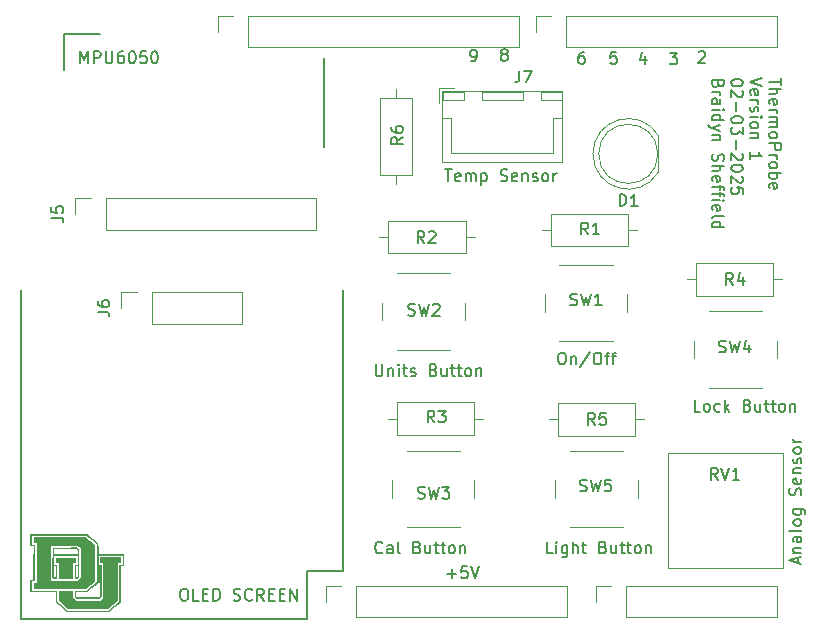
<source format=gbr>
%TF.GenerationSoftware,KiCad,Pcbnew,8.0.8*%
%TF.CreationDate,2025-02-03T18:53:19-07:00*%
%TF.ProjectId,Uno_Shield_ThermoPro,556e6f5f-5368-4696-956c-645f54686572,rev?*%
%TF.SameCoordinates,Original*%
%TF.FileFunction,Legend,Top*%
%TF.FilePolarity,Positive*%
%FSLAX46Y46*%
G04 Gerber Fmt 4.6, Leading zero omitted, Abs format (unit mm)*
G04 Created by KiCad (PCBNEW 8.0.8) date 2025-02-03 18:53:19*
%MOMM*%
%LPD*%
G01*
G04 APERTURE LIST*
%ADD10C,0.150000*%
%ADD11C,0.120000*%
%ADD12C,0.000000*%
G04 APERTURE END LIST*
D10*
X136886779Y-95088866D02*
X137648684Y-95088866D01*
X137267731Y-95469819D02*
X137267731Y-94707914D01*
X138601064Y-94469819D02*
X138124874Y-94469819D01*
X138124874Y-94469819D02*
X138077255Y-94946009D01*
X138077255Y-94946009D02*
X138124874Y-94898390D01*
X138124874Y-94898390D02*
X138220112Y-94850771D01*
X138220112Y-94850771D02*
X138458207Y-94850771D01*
X138458207Y-94850771D02*
X138553445Y-94898390D01*
X138553445Y-94898390D02*
X138601064Y-94946009D01*
X138601064Y-94946009D02*
X138648683Y-95041247D01*
X138648683Y-95041247D02*
X138648683Y-95279342D01*
X138648683Y-95279342D02*
X138601064Y-95374580D01*
X138601064Y-95374580D02*
X138553445Y-95422200D01*
X138553445Y-95422200D02*
X138458207Y-95469819D01*
X138458207Y-95469819D02*
X138220112Y-95469819D01*
X138220112Y-95469819D02*
X138124874Y-95422200D01*
X138124874Y-95422200D02*
X138077255Y-95374580D01*
X138934398Y-94469819D02*
X139267731Y-95469819D01*
X139267731Y-95469819D02*
X139601064Y-94469819D01*
X126460000Y-51440000D02*
X126460000Y-58940000D01*
X128070000Y-94890000D02*
X128070000Y-71090000D01*
X100770000Y-98890000D02*
X100770000Y-71090000D01*
X104460000Y-49440000D02*
X107460000Y-49440000D01*
X125040000Y-98890000D02*
X100769968Y-98930000D01*
X125040000Y-94890000D02*
X125040000Y-98890000D01*
X104460000Y-49440000D02*
X104460000Y-52440000D01*
X125040000Y-94890000D02*
X128040000Y-94890000D01*
X114527255Y-96369819D02*
X114717731Y-96369819D01*
X114717731Y-96369819D02*
X114812969Y-96417438D01*
X114812969Y-96417438D02*
X114908207Y-96512676D01*
X114908207Y-96512676D02*
X114955826Y-96703152D01*
X114955826Y-96703152D02*
X114955826Y-97036485D01*
X114955826Y-97036485D02*
X114908207Y-97226961D01*
X114908207Y-97226961D02*
X114812969Y-97322200D01*
X114812969Y-97322200D02*
X114717731Y-97369819D01*
X114717731Y-97369819D02*
X114527255Y-97369819D01*
X114527255Y-97369819D02*
X114432017Y-97322200D01*
X114432017Y-97322200D02*
X114336779Y-97226961D01*
X114336779Y-97226961D02*
X114289160Y-97036485D01*
X114289160Y-97036485D02*
X114289160Y-96703152D01*
X114289160Y-96703152D02*
X114336779Y-96512676D01*
X114336779Y-96512676D02*
X114432017Y-96417438D01*
X114432017Y-96417438D02*
X114527255Y-96369819D01*
X115860588Y-97369819D02*
X115384398Y-97369819D01*
X115384398Y-97369819D02*
X115384398Y-96369819D01*
X116193922Y-96846009D02*
X116527255Y-96846009D01*
X116670112Y-97369819D02*
X116193922Y-97369819D01*
X116193922Y-97369819D02*
X116193922Y-96369819D01*
X116193922Y-96369819D02*
X116670112Y-96369819D01*
X117098684Y-97369819D02*
X117098684Y-96369819D01*
X117098684Y-96369819D02*
X117336779Y-96369819D01*
X117336779Y-96369819D02*
X117479636Y-96417438D01*
X117479636Y-96417438D02*
X117574874Y-96512676D01*
X117574874Y-96512676D02*
X117622493Y-96607914D01*
X117622493Y-96607914D02*
X117670112Y-96798390D01*
X117670112Y-96798390D02*
X117670112Y-96941247D01*
X117670112Y-96941247D02*
X117622493Y-97131723D01*
X117622493Y-97131723D02*
X117574874Y-97226961D01*
X117574874Y-97226961D02*
X117479636Y-97322200D01*
X117479636Y-97322200D02*
X117336779Y-97369819D01*
X117336779Y-97369819D02*
X117098684Y-97369819D01*
X118812970Y-97322200D02*
X118955827Y-97369819D01*
X118955827Y-97369819D02*
X119193922Y-97369819D01*
X119193922Y-97369819D02*
X119289160Y-97322200D01*
X119289160Y-97322200D02*
X119336779Y-97274580D01*
X119336779Y-97274580D02*
X119384398Y-97179342D01*
X119384398Y-97179342D02*
X119384398Y-97084104D01*
X119384398Y-97084104D02*
X119336779Y-96988866D01*
X119336779Y-96988866D02*
X119289160Y-96941247D01*
X119289160Y-96941247D02*
X119193922Y-96893628D01*
X119193922Y-96893628D02*
X119003446Y-96846009D01*
X119003446Y-96846009D02*
X118908208Y-96798390D01*
X118908208Y-96798390D02*
X118860589Y-96750771D01*
X118860589Y-96750771D02*
X118812970Y-96655533D01*
X118812970Y-96655533D02*
X118812970Y-96560295D01*
X118812970Y-96560295D02*
X118860589Y-96465057D01*
X118860589Y-96465057D02*
X118908208Y-96417438D01*
X118908208Y-96417438D02*
X119003446Y-96369819D01*
X119003446Y-96369819D02*
X119241541Y-96369819D01*
X119241541Y-96369819D02*
X119384398Y-96417438D01*
X120384398Y-97274580D02*
X120336779Y-97322200D01*
X120336779Y-97322200D02*
X120193922Y-97369819D01*
X120193922Y-97369819D02*
X120098684Y-97369819D01*
X120098684Y-97369819D02*
X119955827Y-97322200D01*
X119955827Y-97322200D02*
X119860589Y-97226961D01*
X119860589Y-97226961D02*
X119812970Y-97131723D01*
X119812970Y-97131723D02*
X119765351Y-96941247D01*
X119765351Y-96941247D02*
X119765351Y-96798390D01*
X119765351Y-96798390D02*
X119812970Y-96607914D01*
X119812970Y-96607914D02*
X119860589Y-96512676D01*
X119860589Y-96512676D02*
X119955827Y-96417438D01*
X119955827Y-96417438D02*
X120098684Y-96369819D01*
X120098684Y-96369819D02*
X120193922Y-96369819D01*
X120193922Y-96369819D02*
X120336779Y-96417438D01*
X120336779Y-96417438D02*
X120384398Y-96465057D01*
X121384398Y-97369819D02*
X121051065Y-96893628D01*
X120812970Y-97369819D02*
X120812970Y-96369819D01*
X120812970Y-96369819D02*
X121193922Y-96369819D01*
X121193922Y-96369819D02*
X121289160Y-96417438D01*
X121289160Y-96417438D02*
X121336779Y-96465057D01*
X121336779Y-96465057D02*
X121384398Y-96560295D01*
X121384398Y-96560295D02*
X121384398Y-96703152D01*
X121384398Y-96703152D02*
X121336779Y-96798390D01*
X121336779Y-96798390D02*
X121289160Y-96846009D01*
X121289160Y-96846009D02*
X121193922Y-96893628D01*
X121193922Y-96893628D02*
X120812970Y-96893628D01*
X121812970Y-96846009D02*
X122146303Y-96846009D01*
X122289160Y-97369819D02*
X121812970Y-97369819D01*
X121812970Y-97369819D02*
X121812970Y-96369819D01*
X121812970Y-96369819D02*
X122289160Y-96369819D01*
X122717732Y-96846009D02*
X123051065Y-96846009D01*
X123193922Y-97369819D02*
X122717732Y-97369819D01*
X122717732Y-97369819D02*
X122717732Y-96369819D01*
X122717732Y-96369819D02*
X123193922Y-96369819D01*
X123622494Y-97369819D02*
X123622494Y-96369819D01*
X123622494Y-96369819D02*
X124193922Y-97369819D01*
X124193922Y-97369819D02*
X124193922Y-96369819D01*
X105836779Y-51869819D02*
X105836779Y-50869819D01*
X105836779Y-50869819D02*
X106170112Y-51584104D01*
X106170112Y-51584104D02*
X106503445Y-50869819D01*
X106503445Y-50869819D02*
X106503445Y-51869819D01*
X106979636Y-51869819D02*
X106979636Y-50869819D01*
X106979636Y-50869819D02*
X107360588Y-50869819D01*
X107360588Y-50869819D02*
X107455826Y-50917438D01*
X107455826Y-50917438D02*
X107503445Y-50965057D01*
X107503445Y-50965057D02*
X107551064Y-51060295D01*
X107551064Y-51060295D02*
X107551064Y-51203152D01*
X107551064Y-51203152D02*
X107503445Y-51298390D01*
X107503445Y-51298390D02*
X107455826Y-51346009D01*
X107455826Y-51346009D02*
X107360588Y-51393628D01*
X107360588Y-51393628D02*
X106979636Y-51393628D01*
X107979636Y-50869819D02*
X107979636Y-51679342D01*
X107979636Y-51679342D02*
X108027255Y-51774580D01*
X108027255Y-51774580D02*
X108074874Y-51822200D01*
X108074874Y-51822200D02*
X108170112Y-51869819D01*
X108170112Y-51869819D02*
X108360588Y-51869819D01*
X108360588Y-51869819D02*
X108455826Y-51822200D01*
X108455826Y-51822200D02*
X108503445Y-51774580D01*
X108503445Y-51774580D02*
X108551064Y-51679342D01*
X108551064Y-51679342D02*
X108551064Y-50869819D01*
X109455826Y-50869819D02*
X109265350Y-50869819D01*
X109265350Y-50869819D02*
X109170112Y-50917438D01*
X109170112Y-50917438D02*
X109122493Y-50965057D01*
X109122493Y-50965057D02*
X109027255Y-51107914D01*
X109027255Y-51107914D02*
X108979636Y-51298390D01*
X108979636Y-51298390D02*
X108979636Y-51679342D01*
X108979636Y-51679342D02*
X109027255Y-51774580D01*
X109027255Y-51774580D02*
X109074874Y-51822200D01*
X109074874Y-51822200D02*
X109170112Y-51869819D01*
X109170112Y-51869819D02*
X109360588Y-51869819D01*
X109360588Y-51869819D02*
X109455826Y-51822200D01*
X109455826Y-51822200D02*
X109503445Y-51774580D01*
X109503445Y-51774580D02*
X109551064Y-51679342D01*
X109551064Y-51679342D02*
X109551064Y-51441247D01*
X109551064Y-51441247D02*
X109503445Y-51346009D01*
X109503445Y-51346009D02*
X109455826Y-51298390D01*
X109455826Y-51298390D02*
X109360588Y-51250771D01*
X109360588Y-51250771D02*
X109170112Y-51250771D01*
X109170112Y-51250771D02*
X109074874Y-51298390D01*
X109074874Y-51298390D02*
X109027255Y-51346009D01*
X109027255Y-51346009D02*
X108979636Y-51441247D01*
X110170112Y-50869819D02*
X110265350Y-50869819D01*
X110265350Y-50869819D02*
X110360588Y-50917438D01*
X110360588Y-50917438D02*
X110408207Y-50965057D01*
X110408207Y-50965057D02*
X110455826Y-51060295D01*
X110455826Y-51060295D02*
X110503445Y-51250771D01*
X110503445Y-51250771D02*
X110503445Y-51488866D01*
X110503445Y-51488866D02*
X110455826Y-51679342D01*
X110455826Y-51679342D02*
X110408207Y-51774580D01*
X110408207Y-51774580D02*
X110360588Y-51822200D01*
X110360588Y-51822200D02*
X110265350Y-51869819D01*
X110265350Y-51869819D02*
X110170112Y-51869819D01*
X110170112Y-51869819D02*
X110074874Y-51822200D01*
X110074874Y-51822200D02*
X110027255Y-51774580D01*
X110027255Y-51774580D02*
X109979636Y-51679342D01*
X109979636Y-51679342D02*
X109932017Y-51488866D01*
X109932017Y-51488866D02*
X109932017Y-51250771D01*
X109932017Y-51250771D02*
X109979636Y-51060295D01*
X109979636Y-51060295D02*
X110027255Y-50965057D01*
X110027255Y-50965057D02*
X110074874Y-50917438D01*
X110074874Y-50917438D02*
X110170112Y-50869819D01*
X111408207Y-50869819D02*
X110932017Y-50869819D01*
X110932017Y-50869819D02*
X110884398Y-51346009D01*
X110884398Y-51346009D02*
X110932017Y-51298390D01*
X110932017Y-51298390D02*
X111027255Y-51250771D01*
X111027255Y-51250771D02*
X111265350Y-51250771D01*
X111265350Y-51250771D02*
X111360588Y-51298390D01*
X111360588Y-51298390D02*
X111408207Y-51346009D01*
X111408207Y-51346009D02*
X111455826Y-51441247D01*
X111455826Y-51441247D02*
X111455826Y-51679342D01*
X111455826Y-51679342D02*
X111408207Y-51774580D01*
X111408207Y-51774580D02*
X111360588Y-51822200D01*
X111360588Y-51822200D02*
X111265350Y-51869819D01*
X111265350Y-51869819D02*
X111027255Y-51869819D01*
X111027255Y-51869819D02*
X110932017Y-51822200D01*
X110932017Y-51822200D02*
X110884398Y-51774580D01*
X112074874Y-50869819D02*
X112170112Y-50869819D01*
X112170112Y-50869819D02*
X112265350Y-50917438D01*
X112265350Y-50917438D02*
X112312969Y-50965057D01*
X112312969Y-50965057D02*
X112360588Y-51060295D01*
X112360588Y-51060295D02*
X112408207Y-51250771D01*
X112408207Y-51250771D02*
X112408207Y-51488866D01*
X112408207Y-51488866D02*
X112360588Y-51679342D01*
X112360588Y-51679342D02*
X112312969Y-51774580D01*
X112312969Y-51774580D02*
X112265350Y-51822200D01*
X112265350Y-51822200D02*
X112170112Y-51869819D01*
X112170112Y-51869819D02*
X112074874Y-51869819D01*
X112074874Y-51869819D02*
X111979636Y-51822200D01*
X111979636Y-51822200D02*
X111932017Y-51774580D01*
X111932017Y-51774580D02*
X111884398Y-51679342D01*
X111884398Y-51679342D02*
X111836779Y-51488866D01*
X111836779Y-51488866D02*
X111836779Y-51250771D01*
X111836779Y-51250771D02*
X111884398Y-51060295D01*
X111884398Y-51060295D02*
X111932017Y-50965057D01*
X111932017Y-50965057D02*
X111979636Y-50917438D01*
X111979636Y-50917438D02*
X112074874Y-50869819D01*
X148465350Y-50919819D02*
X148274874Y-50919819D01*
X148274874Y-50919819D02*
X148179636Y-50967438D01*
X148179636Y-50967438D02*
X148132017Y-51015057D01*
X148132017Y-51015057D02*
X148036779Y-51157914D01*
X148036779Y-51157914D02*
X147989160Y-51348390D01*
X147989160Y-51348390D02*
X147989160Y-51729342D01*
X147989160Y-51729342D02*
X148036779Y-51824580D01*
X148036779Y-51824580D02*
X148084398Y-51872200D01*
X148084398Y-51872200D02*
X148179636Y-51919819D01*
X148179636Y-51919819D02*
X148370112Y-51919819D01*
X148370112Y-51919819D02*
X148465350Y-51872200D01*
X148465350Y-51872200D02*
X148512969Y-51824580D01*
X148512969Y-51824580D02*
X148560588Y-51729342D01*
X148560588Y-51729342D02*
X148560588Y-51491247D01*
X148560588Y-51491247D02*
X148512969Y-51396009D01*
X148512969Y-51396009D02*
X148465350Y-51348390D01*
X148465350Y-51348390D02*
X148370112Y-51300771D01*
X148370112Y-51300771D02*
X148179636Y-51300771D01*
X148179636Y-51300771D02*
X148084398Y-51348390D01*
X148084398Y-51348390D02*
X148036779Y-51396009D01*
X148036779Y-51396009D02*
X147989160Y-51491247D01*
X145812969Y-93369819D02*
X145336779Y-93369819D01*
X145336779Y-93369819D02*
X145336779Y-92369819D01*
X146146303Y-93369819D02*
X146146303Y-92703152D01*
X146146303Y-92369819D02*
X146098684Y-92417438D01*
X146098684Y-92417438D02*
X146146303Y-92465057D01*
X146146303Y-92465057D02*
X146193922Y-92417438D01*
X146193922Y-92417438D02*
X146146303Y-92369819D01*
X146146303Y-92369819D02*
X146146303Y-92465057D01*
X147051064Y-92703152D02*
X147051064Y-93512676D01*
X147051064Y-93512676D02*
X147003445Y-93607914D01*
X147003445Y-93607914D02*
X146955826Y-93655533D01*
X146955826Y-93655533D02*
X146860588Y-93703152D01*
X146860588Y-93703152D02*
X146717731Y-93703152D01*
X146717731Y-93703152D02*
X146622493Y-93655533D01*
X147051064Y-93322200D02*
X146955826Y-93369819D01*
X146955826Y-93369819D02*
X146765350Y-93369819D01*
X146765350Y-93369819D02*
X146670112Y-93322200D01*
X146670112Y-93322200D02*
X146622493Y-93274580D01*
X146622493Y-93274580D02*
X146574874Y-93179342D01*
X146574874Y-93179342D02*
X146574874Y-92893628D01*
X146574874Y-92893628D02*
X146622493Y-92798390D01*
X146622493Y-92798390D02*
X146670112Y-92750771D01*
X146670112Y-92750771D02*
X146765350Y-92703152D01*
X146765350Y-92703152D02*
X146955826Y-92703152D01*
X146955826Y-92703152D02*
X147051064Y-92750771D01*
X147527255Y-93369819D02*
X147527255Y-92369819D01*
X147955826Y-93369819D02*
X147955826Y-92846009D01*
X147955826Y-92846009D02*
X147908207Y-92750771D01*
X147908207Y-92750771D02*
X147812969Y-92703152D01*
X147812969Y-92703152D02*
X147670112Y-92703152D01*
X147670112Y-92703152D02*
X147574874Y-92750771D01*
X147574874Y-92750771D02*
X147527255Y-92798390D01*
X148289160Y-92703152D02*
X148670112Y-92703152D01*
X148432017Y-92369819D02*
X148432017Y-93226961D01*
X148432017Y-93226961D02*
X148479636Y-93322200D01*
X148479636Y-93322200D02*
X148574874Y-93369819D01*
X148574874Y-93369819D02*
X148670112Y-93369819D01*
X150098684Y-92846009D02*
X150241541Y-92893628D01*
X150241541Y-92893628D02*
X150289160Y-92941247D01*
X150289160Y-92941247D02*
X150336779Y-93036485D01*
X150336779Y-93036485D02*
X150336779Y-93179342D01*
X150336779Y-93179342D02*
X150289160Y-93274580D01*
X150289160Y-93274580D02*
X150241541Y-93322200D01*
X150241541Y-93322200D02*
X150146303Y-93369819D01*
X150146303Y-93369819D02*
X149765351Y-93369819D01*
X149765351Y-93369819D02*
X149765351Y-92369819D01*
X149765351Y-92369819D02*
X150098684Y-92369819D01*
X150098684Y-92369819D02*
X150193922Y-92417438D01*
X150193922Y-92417438D02*
X150241541Y-92465057D01*
X150241541Y-92465057D02*
X150289160Y-92560295D01*
X150289160Y-92560295D02*
X150289160Y-92655533D01*
X150289160Y-92655533D02*
X150241541Y-92750771D01*
X150241541Y-92750771D02*
X150193922Y-92798390D01*
X150193922Y-92798390D02*
X150098684Y-92846009D01*
X150098684Y-92846009D02*
X149765351Y-92846009D01*
X151193922Y-92703152D02*
X151193922Y-93369819D01*
X150765351Y-92703152D02*
X150765351Y-93226961D01*
X150765351Y-93226961D02*
X150812970Y-93322200D01*
X150812970Y-93322200D02*
X150908208Y-93369819D01*
X150908208Y-93369819D02*
X151051065Y-93369819D01*
X151051065Y-93369819D02*
X151146303Y-93322200D01*
X151146303Y-93322200D02*
X151193922Y-93274580D01*
X151527256Y-92703152D02*
X151908208Y-92703152D01*
X151670113Y-92369819D02*
X151670113Y-93226961D01*
X151670113Y-93226961D02*
X151717732Y-93322200D01*
X151717732Y-93322200D02*
X151812970Y-93369819D01*
X151812970Y-93369819D02*
X151908208Y-93369819D01*
X152098685Y-92703152D02*
X152479637Y-92703152D01*
X152241542Y-92369819D02*
X152241542Y-93226961D01*
X152241542Y-93226961D02*
X152289161Y-93322200D01*
X152289161Y-93322200D02*
X152384399Y-93369819D01*
X152384399Y-93369819D02*
X152479637Y-93369819D01*
X152955828Y-93369819D02*
X152860590Y-93322200D01*
X152860590Y-93322200D02*
X152812971Y-93274580D01*
X152812971Y-93274580D02*
X152765352Y-93179342D01*
X152765352Y-93179342D02*
X152765352Y-92893628D01*
X152765352Y-92893628D02*
X152812971Y-92798390D01*
X152812971Y-92798390D02*
X152860590Y-92750771D01*
X152860590Y-92750771D02*
X152955828Y-92703152D01*
X152955828Y-92703152D02*
X153098685Y-92703152D01*
X153098685Y-92703152D02*
X153193923Y-92750771D01*
X153193923Y-92750771D02*
X153241542Y-92798390D01*
X153241542Y-92798390D02*
X153289161Y-92893628D01*
X153289161Y-92893628D02*
X153289161Y-93179342D01*
X153289161Y-93179342D02*
X153241542Y-93274580D01*
X153241542Y-93274580D02*
X153193923Y-93322200D01*
X153193923Y-93322200D02*
X153098685Y-93369819D01*
X153098685Y-93369819D02*
X152955828Y-93369819D01*
X153717733Y-92703152D02*
X153717733Y-93369819D01*
X153717733Y-92798390D02*
X153765352Y-92750771D01*
X153765352Y-92750771D02*
X153860590Y-92703152D01*
X153860590Y-92703152D02*
X154003447Y-92703152D01*
X154003447Y-92703152D02*
X154098685Y-92750771D01*
X154098685Y-92750771D02*
X154146304Y-92846009D01*
X154146304Y-92846009D02*
X154146304Y-93369819D01*
X130836779Y-77369819D02*
X130836779Y-78179342D01*
X130836779Y-78179342D02*
X130884398Y-78274580D01*
X130884398Y-78274580D02*
X130932017Y-78322200D01*
X130932017Y-78322200D02*
X131027255Y-78369819D01*
X131027255Y-78369819D02*
X131217731Y-78369819D01*
X131217731Y-78369819D02*
X131312969Y-78322200D01*
X131312969Y-78322200D02*
X131360588Y-78274580D01*
X131360588Y-78274580D02*
X131408207Y-78179342D01*
X131408207Y-78179342D02*
X131408207Y-77369819D01*
X131884398Y-77703152D02*
X131884398Y-78369819D01*
X131884398Y-77798390D02*
X131932017Y-77750771D01*
X131932017Y-77750771D02*
X132027255Y-77703152D01*
X132027255Y-77703152D02*
X132170112Y-77703152D01*
X132170112Y-77703152D02*
X132265350Y-77750771D01*
X132265350Y-77750771D02*
X132312969Y-77846009D01*
X132312969Y-77846009D02*
X132312969Y-78369819D01*
X132789160Y-78369819D02*
X132789160Y-77703152D01*
X132789160Y-77369819D02*
X132741541Y-77417438D01*
X132741541Y-77417438D02*
X132789160Y-77465057D01*
X132789160Y-77465057D02*
X132836779Y-77417438D01*
X132836779Y-77417438D02*
X132789160Y-77369819D01*
X132789160Y-77369819D02*
X132789160Y-77465057D01*
X133122493Y-77703152D02*
X133503445Y-77703152D01*
X133265350Y-77369819D02*
X133265350Y-78226961D01*
X133265350Y-78226961D02*
X133312969Y-78322200D01*
X133312969Y-78322200D02*
X133408207Y-78369819D01*
X133408207Y-78369819D02*
X133503445Y-78369819D01*
X133789160Y-78322200D02*
X133884398Y-78369819D01*
X133884398Y-78369819D02*
X134074874Y-78369819D01*
X134074874Y-78369819D02*
X134170112Y-78322200D01*
X134170112Y-78322200D02*
X134217731Y-78226961D01*
X134217731Y-78226961D02*
X134217731Y-78179342D01*
X134217731Y-78179342D02*
X134170112Y-78084104D01*
X134170112Y-78084104D02*
X134074874Y-78036485D01*
X134074874Y-78036485D02*
X133932017Y-78036485D01*
X133932017Y-78036485D02*
X133836779Y-77988866D01*
X133836779Y-77988866D02*
X133789160Y-77893628D01*
X133789160Y-77893628D02*
X133789160Y-77846009D01*
X133789160Y-77846009D02*
X133836779Y-77750771D01*
X133836779Y-77750771D02*
X133932017Y-77703152D01*
X133932017Y-77703152D02*
X134074874Y-77703152D01*
X134074874Y-77703152D02*
X134170112Y-77750771D01*
X135741541Y-77846009D02*
X135884398Y-77893628D01*
X135884398Y-77893628D02*
X135932017Y-77941247D01*
X135932017Y-77941247D02*
X135979636Y-78036485D01*
X135979636Y-78036485D02*
X135979636Y-78179342D01*
X135979636Y-78179342D02*
X135932017Y-78274580D01*
X135932017Y-78274580D02*
X135884398Y-78322200D01*
X135884398Y-78322200D02*
X135789160Y-78369819D01*
X135789160Y-78369819D02*
X135408208Y-78369819D01*
X135408208Y-78369819D02*
X135408208Y-77369819D01*
X135408208Y-77369819D02*
X135741541Y-77369819D01*
X135741541Y-77369819D02*
X135836779Y-77417438D01*
X135836779Y-77417438D02*
X135884398Y-77465057D01*
X135884398Y-77465057D02*
X135932017Y-77560295D01*
X135932017Y-77560295D02*
X135932017Y-77655533D01*
X135932017Y-77655533D02*
X135884398Y-77750771D01*
X135884398Y-77750771D02*
X135836779Y-77798390D01*
X135836779Y-77798390D02*
X135741541Y-77846009D01*
X135741541Y-77846009D02*
X135408208Y-77846009D01*
X136836779Y-77703152D02*
X136836779Y-78369819D01*
X136408208Y-77703152D02*
X136408208Y-78226961D01*
X136408208Y-78226961D02*
X136455827Y-78322200D01*
X136455827Y-78322200D02*
X136551065Y-78369819D01*
X136551065Y-78369819D02*
X136693922Y-78369819D01*
X136693922Y-78369819D02*
X136789160Y-78322200D01*
X136789160Y-78322200D02*
X136836779Y-78274580D01*
X137170113Y-77703152D02*
X137551065Y-77703152D01*
X137312970Y-77369819D02*
X137312970Y-78226961D01*
X137312970Y-78226961D02*
X137360589Y-78322200D01*
X137360589Y-78322200D02*
X137455827Y-78369819D01*
X137455827Y-78369819D02*
X137551065Y-78369819D01*
X137741542Y-77703152D02*
X138122494Y-77703152D01*
X137884399Y-77369819D02*
X137884399Y-78226961D01*
X137884399Y-78226961D02*
X137932018Y-78322200D01*
X137932018Y-78322200D02*
X138027256Y-78369819D01*
X138027256Y-78369819D02*
X138122494Y-78369819D01*
X138598685Y-78369819D02*
X138503447Y-78322200D01*
X138503447Y-78322200D02*
X138455828Y-78274580D01*
X138455828Y-78274580D02*
X138408209Y-78179342D01*
X138408209Y-78179342D02*
X138408209Y-77893628D01*
X138408209Y-77893628D02*
X138455828Y-77798390D01*
X138455828Y-77798390D02*
X138503447Y-77750771D01*
X138503447Y-77750771D02*
X138598685Y-77703152D01*
X138598685Y-77703152D02*
X138741542Y-77703152D01*
X138741542Y-77703152D02*
X138836780Y-77750771D01*
X138836780Y-77750771D02*
X138884399Y-77798390D01*
X138884399Y-77798390D02*
X138932018Y-77893628D01*
X138932018Y-77893628D02*
X138932018Y-78179342D01*
X138932018Y-78179342D02*
X138884399Y-78274580D01*
X138884399Y-78274580D02*
X138836780Y-78322200D01*
X138836780Y-78322200D02*
X138741542Y-78369819D01*
X138741542Y-78369819D02*
X138598685Y-78369819D01*
X139360590Y-77703152D02*
X139360590Y-78369819D01*
X139360590Y-77798390D02*
X139408209Y-77750771D01*
X139408209Y-77750771D02*
X139503447Y-77703152D01*
X139503447Y-77703152D02*
X139646304Y-77703152D01*
X139646304Y-77703152D02*
X139741542Y-77750771D01*
X139741542Y-77750771D02*
X139789161Y-77846009D01*
X139789161Y-77846009D02*
X139789161Y-78369819D01*
X131408207Y-93274580D02*
X131360588Y-93322200D01*
X131360588Y-93322200D02*
X131217731Y-93369819D01*
X131217731Y-93369819D02*
X131122493Y-93369819D01*
X131122493Y-93369819D02*
X130979636Y-93322200D01*
X130979636Y-93322200D02*
X130884398Y-93226961D01*
X130884398Y-93226961D02*
X130836779Y-93131723D01*
X130836779Y-93131723D02*
X130789160Y-92941247D01*
X130789160Y-92941247D02*
X130789160Y-92798390D01*
X130789160Y-92798390D02*
X130836779Y-92607914D01*
X130836779Y-92607914D02*
X130884398Y-92512676D01*
X130884398Y-92512676D02*
X130979636Y-92417438D01*
X130979636Y-92417438D02*
X131122493Y-92369819D01*
X131122493Y-92369819D02*
X131217731Y-92369819D01*
X131217731Y-92369819D02*
X131360588Y-92417438D01*
X131360588Y-92417438D02*
X131408207Y-92465057D01*
X132265350Y-93369819D02*
X132265350Y-92846009D01*
X132265350Y-92846009D02*
X132217731Y-92750771D01*
X132217731Y-92750771D02*
X132122493Y-92703152D01*
X132122493Y-92703152D02*
X131932017Y-92703152D01*
X131932017Y-92703152D02*
X131836779Y-92750771D01*
X132265350Y-93322200D02*
X132170112Y-93369819D01*
X132170112Y-93369819D02*
X131932017Y-93369819D01*
X131932017Y-93369819D02*
X131836779Y-93322200D01*
X131836779Y-93322200D02*
X131789160Y-93226961D01*
X131789160Y-93226961D02*
X131789160Y-93131723D01*
X131789160Y-93131723D02*
X131836779Y-93036485D01*
X131836779Y-93036485D02*
X131932017Y-92988866D01*
X131932017Y-92988866D02*
X132170112Y-92988866D01*
X132170112Y-92988866D02*
X132265350Y-92941247D01*
X132884398Y-93369819D02*
X132789160Y-93322200D01*
X132789160Y-93322200D02*
X132741541Y-93226961D01*
X132741541Y-93226961D02*
X132741541Y-92369819D01*
X134360589Y-92846009D02*
X134503446Y-92893628D01*
X134503446Y-92893628D02*
X134551065Y-92941247D01*
X134551065Y-92941247D02*
X134598684Y-93036485D01*
X134598684Y-93036485D02*
X134598684Y-93179342D01*
X134598684Y-93179342D02*
X134551065Y-93274580D01*
X134551065Y-93274580D02*
X134503446Y-93322200D01*
X134503446Y-93322200D02*
X134408208Y-93369819D01*
X134408208Y-93369819D02*
X134027256Y-93369819D01*
X134027256Y-93369819D02*
X134027256Y-92369819D01*
X134027256Y-92369819D02*
X134360589Y-92369819D01*
X134360589Y-92369819D02*
X134455827Y-92417438D01*
X134455827Y-92417438D02*
X134503446Y-92465057D01*
X134503446Y-92465057D02*
X134551065Y-92560295D01*
X134551065Y-92560295D02*
X134551065Y-92655533D01*
X134551065Y-92655533D02*
X134503446Y-92750771D01*
X134503446Y-92750771D02*
X134455827Y-92798390D01*
X134455827Y-92798390D02*
X134360589Y-92846009D01*
X134360589Y-92846009D02*
X134027256Y-92846009D01*
X135455827Y-92703152D02*
X135455827Y-93369819D01*
X135027256Y-92703152D02*
X135027256Y-93226961D01*
X135027256Y-93226961D02*
X135074875Y-93322200D01*
X135074875Y-93322200D02*
X135170113Y-93369819D01*
X135170113Y-93369819D02*
X135312970Y-93369819D01*
X135312970Y-93369819D02*
X135408208Y-93322200D01*
X135408208Y-93322200D02*
X135455827Y-93274580D01*
X135789161Y-92703152D02*
X136170113Y-92703152D01*
X135932018Y-92369819D02*
X135932018Y-93226961D01*
X135932018Y-93226961D02*
X135979637Y-93322200D01*
X135979637Y-93322200D02*
X136074875Y-93369819D01*
X136074875Y-93369819D02*
X136170113Y-93369819D01*
X136360590Y-92703152D02*
X136741542Y-92703152D01*
X136503447Y-92369819D02*
X136503447Y-93226961D01*
X136503447Y-93226961D02*
X136551066Y-93322200D01*
X136551066Y-93322200D02*
X136646304Y-93369819D01*
X136646304Y-93369819D02*
X136741542Y-93369819D01*
X137217733Y-93369819D02*
X137122495Y-93322200D01*
X137122495Y-93322200D02*
X137074876Y-93274580D01*
X137074876Y-93274580D02*
X137027257Y-93179342D01*
X137027257Y-93179342D02*
X137027257Y-92893628D01*
X137027257Y-92893628D02*
X137074876Y-92798390D01*
X137074876Y-92798390D02*
X137122495Y-92750771D01*
X137122495Y-92750771D02*
X137217733Y-92703152D01*
X137217733Y-92703152D02*
X137360590Y-92703152D01*
X137360590Y-92703152D02*
X137455828Y-92750771D01*
X137455828Y-92750771D02*
X137503447Y-92798390D01*
X137503447Y-92798390D02*
X137551066Y-92893628D01*
X137551066Y-92893628D02*
X137551066Y-93179342D01*
X137551066Y-93179342D02*
X137503447Y-93274580D01*
X137503447Y-93274580D02*
X137455828Y-93322200D01*
X137455828Y-93322200D02*
X137360590Y-93369819D01*
X137360590Y-93369819D02*
X137217733Y-93369819D01*
X137979638Y-92703152D02*
X137979638Y-93369819D01*
X137979638Y-92798390D02*
X138027257Y-92750771D01*
X138027257Y-92750771D02*
X138122495Y-92703152D01*
X138122495Y-92703152D02*
X138265352Y-92703152D01*
X138265352Y-92703152D02*
X138360590Y-92750771D01*
X138360590Y-92750771D02*
X138408209Y-92846009D01*
X138408209Y-92846009D02*
X138408209Y-93369819D01*
X141629636Y-51098390D02*
X141534398Y-51050771D01*
X141534398Y-51050771D02*
X141486779Y-51003152D01*
X141486779Y-51003152D02*
X141439160Y-50907914D01*
X141439160Y-50907914D02*
X141439160Y-50860295D01*
X141439160Y-50860295D02*
X141486779Y-50765057D01*
X141486779Y-50765057D02*
X141534398Y-50717438D01*
X141534398Y-50717438D02*
X141629636Y-50669819D01*
X141629636Y-50669819D02*
X141820112Y-50669819D01*
X141820112Y-50669819D02*
X141915350Y-50717438D01*
X141915350Y-50717438D02*
X141962969Y-50765057D01*
X141962969Y-50765057D02*
X142010588Y-50860295D01*
X142010588Y-50860295D02*
X142010588Y-50907914D01*
X142010588Y-50907914D02*
X141962969Y-51003152D01*
X141962969Y-51003152D02*
X141915350Y-51050771D01*
X141915350Y-51050771D02*
X141820112Y-51098390D01*
X141820112Y-51098390D02*
X141629636Y-51098390D01*
X141629636Y-51098390D02*
X141534398Y-51146009D01*
X141534398Y-51146009D02*
X141486779Y-51193628D01*
X141486779Y-51193628D02*
X141439160Y-51288866D01*
X141439160Y-51288866D02*
X141439160Y-51479342D01*
X141439160Y-51479342D02*
X141486779Y-51574580D01*
X141486779Y-51574580D02*
X141534398Y-51622200D01*
X141534398Y-51622200D02*
X141629636Y-51669819D01*
X141629636Y-51669819D02*
X141820112Y-51669819D01*
X141820112Y-51669819D02*
X141915350Y-51622200D01*
X141915350Y-51622200D02*
X141962969Y-51574580D01*
X141962969Y-51574580D02*
X142010588Y-51479342D01*
X142010588Y-51479342D02*
X142010588Y-51288866D01*
X142010588Y-51288866D02*
X141962969Y-51193628D01*
X141962969Y-51193628D02*
X141915350Y-51146009D01*
X141915350Y-51146009D02*
X141820112Y-51098390D01*
X146527255Y-76369819D02*
X146717731Y-76369819D01*
X146717731Y-76369819D02*
X146812969Y-76417438D01*
X146812969Y-76417438D02*
X146908207Y-76512676D01*
X146908207Y-76512676D02*
X146955826Y-76703152D01*
X146955826Y-76703152D02*
X146955826Y-77036485D01*
X146955826Y-77036485D02*
X146908207Y-77226961D01*
X146908207Y-77226961D02*
X146812969Y-77322200D01*
X146812969Y-77322200D02*
X146717731Y-77369819D01*
X146717731Y-77369819D02*
X146527255Y-77369819D01*
X146527255Y-77369819D02*
X146432017Y-77322200D01*
X146432017Y-77322200D02*
X146336779Y-77226961D01*
X146336779Y-77226961D02*
X146289160Y-77036485D01*
X146289160Y-77036485D02*
X146289160Y-76703152D01*
X146289160Y-76703152D02*
X146336779Y-76512676D01*
X146336779Y-76512676D02*
X146432017Y-76417438D01*
X146432017Y-76417438D02*
X146527255Y-76369819D01*
X147384398Y-76703152D02*
X147384398Y-77369819D01*
X147384398Y-76798390D02*
X147432017Y-76750771D01*
X147432017Y-76750771D02*
X147527255Y-76703152D01*
X147527255Y-76703152D02*
X147670112Y-76703152D01*
X147670112Y-76703152D02*
X147765350Y-76750771D01*
X147765350Y-76750771D02*
X147812969Y-76846009D01*
X147812969Y-76846009D02*
X147812969Y-77369819D01*
X149003445Y-76322200D02*
X148146303Y-77607914D01*
X149527255Y-76369819D02*
X149717731Y-76369819D01*
X149717731Y-76369819D02*
X149812969Y-76417438D01*
X149812969Y-76417438D02*
X149908207Y-76512676D01*
X149908207Y-76512676D02*
X149955826Y-76703152D01*
X149955826Y-76703152D02*
X149955826Y-77036485D01*
X149955826Y-77036485D02*
X149908207Y-77226961D01*
X149908207Y-77226961D02*
X149812969Y-77322200D01*
X149812969Y-77322200D02*
X149717731Y-77369819D01*
X149717731Y-77369819D02*
X149527255Y-77369819D01*
X149527255Y-77369819D02*
X149432017Y-77322200D01*
X149432017Y-77322200D02*
X149336779Y-77226961D01*
X149336779Y-77226961D02*
X149289160Y-77036485D01*
X149289160Y-77036485D02*
X149289160Y-76703152D01*
X149289160Y-76703152D02*
X149336779Y-76512676D01*
X149336779Y-76512676D02*
X149432017Y-76417438D01*
X149432017Y-76417438D02*
X149527255Y-76369819D01*
X150241541Y-76703152D02*
X150622493Y-76703152D01*
X150384398Y-77369819D02*
X150384398Y-76512676D01*
X150384398Y-76512676D02*
X150432017Y-76417438D01*
X150432017Y-76417438D02*
X150527255Y-76369819D01*
X150527255Y-76369819D02*
X150622493Y-76369819D01*
X150812970Y-76703152D02*
X151193922Y-76703152D01*
X150955827Y-77369819D02*
X150955827Y-76512676D01*
X150955827Y-76512676D02*
X151003446Y-76417438D01*
X151003446Y-76417438D02*
X151098684Y-76369819D01*
X151098684Y-76369819D02*
X151193922Y-76369819D01*
X138934398Y-51719819D02*
X139124874Y-51719819D01*
X139124874Y-51719819D02*
X139220112Y-51672200D01*
X139220112Y-51672200D02*
X139267731Y-51624580D01*
X139267731Y-51624580D02*
X139362969Y-51481723D01*
X139362969Y-51481723D02*
X139410588Y-51291247D01*
X139410588Y-51291247D02*
X139410588Y-50910295D01*
X139410588Y-50910295D02*
X139362969Y-50815057D01*
X139362969Y-50815057D02*
X139315350Y-50767438D01*
X139315350Y-50767438D02*
X139220112Y-50719819D01*
X139220112Y-50719819D02*
X139029636Y-50719819D01*
X139029636Y-50719819D02*
X138934398Y-50767438D01*
X138934398Y-50767438D02*
X138886779Y-50815057D01*
X138886779Y-50815057D02*
X138839160Y-50910295D01*
X138839160Y-50910295D02*
X138839160Y-51148390D01*
X138839160Y-51148390D02*
X138886779Y-51243628D01*
X138886779Y-51243628D02*
X138934398Y-51291247D01*
X138934398Y-51291247D02*
X139029636Y-51338866D01*
X139029636Y-51338866D02*
X139220112Y-51338866D01*
X139220112Y-51338866D02*
X139315350Y-51291247D01*
X139315350Y-51291247D02*
X139362969Y-51243628D01*
X139362969Y-51243628D02*
X139410588Y-51148390D01*
X158312969Y-81369819D02*
X157836779Y-81369819D01*
X157836779Y-81369819D02*
X157836779Y-80369819D01*
X158789160Y-81369819D02*
X158693922Y-81322200D01*
X158693922Y-81322200D02*
X158646303Y-81274580D01*
X158646303Y-81274580D02*
X158598684Y-81179342D01*
X158598684Y-81179342D02*
X158598684Y-80893628D01*
X158598684Y-80893628D02*
X158646303Y-80798390D01*
X158646303Y-80798390D02*
X158693922Y-80750771D01*
X158693922Y-80750771D02*
X158789160Y-80703152D01*
X158789160Y-80703152D02*
X158932017Y-80703152D01*
X158932017Y-80703152D02*
X159027255Y-80750771D01*
X159027255Y-80750771D02*
X159074874Y-80798390D01*
X159074874Y-80798390D02*
X159122493Y-80893628D01*
X159122493Y-80893628D02*
X159122493Y-81179342D01*
X159122493Y-81179342D02*
X159074874Y-81274580D01*
X159074874Y-81274580D02*
X159027255Y-81322200D01*
X159027255Y-81322200D02*
X158932017Y-81369819D01*
X158932017Y-81369819D02*
X158789160Y-81369819D01*
X159979636Y-81322200D02*
X159884398Y-81369819D01*
X159884398Y-81369819D02*
X159693922Y-81369819D01*
X159693922Y-81369819D02*
X159598684Y-81322200D01*
X159598684Y-81322200D02*
X159551065Y-81274580D01*
X159551065Y-81274580D02*
X159503446Y-81179342D01*
X159503446Y-81179342D02*
X159503446Y-80893628D01*
X159503446Y-80893628D02*
X159551065Y-80798390D01*
X159551065Y-80798390D02*
X159598684Y-80750771D01*
X159598684Y-80750771D02*
X159693922Y-80703152D01*
X159693922Y-80703152D02*
X159884398Y-80703152D01*
X159884398Y-80703152D02*
X159979636Y-80750771D01*
X160408208Y-81369819D02*
X160408208Y-80369819D01*
X160503446Y-80988866D02*
X160789160Y-81369819D01*
X160789160Y-80703152D02*
X160408208Y-81084104D01*
X162312970Y-80846009D02*
X162455827Y-80893628D01*
X162455827Y-80893628D02*
X162503446Y-80941247D01*
X162503446Y-80941247D02*
X162551065Y-81036485D01*
X162551065Y-81036485D02*
X162551065Y-81179342D01*
X162551065Y-81179342D02*
X162503446Y-81274580D01*
X162503446Y-81274580D02*
X162455827Y-81322200D01*
X162455827Y-81322200D02*
X162360589Y-81369819D01*
X162360589Y-81369819D02*
X161979637Y-81369819D01*
X161979637Y-81369819D02*
X161979637Y-80369819D01*
X161979637Y-80369819D02*
X162312970Y-80369819D01*
X162312970Y-80369819D02*
X162408208Y-80417438D01*
X162408208Y-80417438D02*
X162455827Y-80465057D01*
X162455827Y-80465057D02*
X162503446Y-80560295D01*
X162503446Y-80560295D02*
X162503446Y-80655533D01*
X162503446Y-80655533D02*
X162455827Y-80750771D01*
X162455827Y-80750771D02*
X162408208Y-80798390D01*
X162408208Y-80798390D02*
X162312970Y-80846009D01*
X162312970Y-80846009D02*
X161979637Y-80846009D01*
X163408208Y-80703152D02*
X163408208Y-81369819D01*
X162979637Y-80703152D02*
X162979637Y-81226961D01*
X162979637Y-81226961D02*
X163027256Y-81322200D01*
X163027256Y-81322200D02*
X163122494Y-81369819D01*
X163122494Y-81369819D02*
X163265351Y-81369819D01*
X163265351Y-81369819D02*
X163360589Y-81322200D01*
X163360589Y-81322200D02*
X163408208Y-81274580D01*
X163741542Y-80703152D02*
X164122494Y-80703152D01*
X163884399Y-80369819D02*
X163884399Y-81226961D01*
X163884399Y-81226961D02*
X163932018Y-81322200D01*
X163932018Y-81322200D02*
X164027256Y-81369819D01*
X164027256Y-81369819D02*
X164122494Y-81369819D01*
X164312971Y-80703152D02*
X164693923Y-80703152D01*
X164455828Y-80369819D02*
X164455828Y-81226961D01*
X164455828Y-81226961D02*
X164503447Y-81322200D01*
X164503447Y-81322200D02*
X164598685Y-81369819D01*
X164598685Y-81369819D02*
X164693923Y-81369819D01*
X165170114Y-81369819D02*
X165074876Y-81322200D01*
X165074876Y-81322200D02*
X165027257Y-81274580D01*
X165027257Y-81274580D02*
X164979638Y-81179342D01*
X164979638Y-81179342D02*
X164979638Y-80893628D01*
X164979638Y-80893628D02*
X165027257Y-80798390D01*
X165027257Y-80798390D02*
X165074876Y-80750771D01*
X165074876Y-80750771D02*
X165170114Y-80703152D01*
X165170114Y-80703152D02*
X165312971Y-80703152D01*
X165312971Y-80703152D02*
X165408209Y-80750771D01*
X165408209Y-80750771D02*
X165455828Y-80798390D01*
X165455828Y-80798390D02*
X165503447Y-80893628D01*
X165503447Y-80893628D02*
X165503447Y-81179342D01*
X165503447Y-81179342D02*
X165455828Y-81274580D01*
X165455828Y-81274580D02*
X165408209Y-81322200D01*
X165408209Y-81322200D02*
X165312971Y-81369819D01*
X165312971Y-81369819D02*
X165170114Y-81369819D01*
X165932019Y-80703152D02*
X165932019Y-81369819D01*
X165932019Y-80798390D02*
X165979638Y-80750771D01*
X165979638Y-80750771D02*
X166074876Y-80703152D01*
X166074876Y-80703152D02*
X166217733Y-80703152D01*
X166217733Y-80703152D02*
X166312971Y-80750771D01*
X166312971Y-80750771D02*
X166360590Y-80846009D01*
X166360590Y-80846009D02*
X166360590Y-81369819D01*
X155741541Y-50969819D02*
X156360588Y-50969819D01*
X156360588Y-50969819D02*
X156027255Y-51350771D01*
X156027255Y-51350771D02*
X156170112Y-51350771D01*
X156170112Y-51350771D02*
X156265350Y-51398390D01*
X156265350Y-51398390D02*
X156312969Y-51446009D01*
X156312969Y-51446009D02*
X156360588Y-51541247D01*
X156360588Y-51541247D02*
X156360588Y-51779342D01*
X156360588Y-51779342D02*
X156312969Y-51874580D01*
X156312969Y-51874580D02*
X156265350Y-51922200D01*
X156265350Y-51922200D02*
X156170112Y-51969819D01*
X156170112Y-51969819D02*
X155884398Y-51969819D01*
X155884398Y-51969819D02*
X155789160Y-51922200D01*
X155789160Y-51922200D02*
X155741541Y-51874580D01*
X165160012Y-53143922D02*
X165160012Y-53715350D01*
X164160012Y-53429636D02*
X165160012Y-53429636D01*
X164160012Y-54048684D02*
X165160012Y-54048684D01*
X164160012Y-54477255D02*
X164683822Y-54477255D01*
X164683822Y-54477255D02*
X164779060Y-54429636D01*
X164779060Y-54429636D02*
X164826679Y-54334398D01*
X164826679Y-54334398D02*
X164826679Y-54191541D01*
X164826679Y-54191541D02*
X164779060Y-54096303D01*
X164779060Y-54096303D02*
X164731441Y-54048684D01*
X164207632Y-55334398D02*
X164160012Y-55239160D01*
X164160012Y-55239160D02*
X164160012Y-55048684D01*
X164160012Y-55048684D02*
X164207632Y-54953446D01*
X164207632Y-54953446D02*
X164302870Y-54905827D01*
X164302870Y-54905827D02*
X164683822Y-54905827D01*
X164683822Y-54905827D02*
X164779060Y-54953446D01*
X164779060Y-54953446D02*
X164826679Y-55048684D01*
X164826679Y-55048684D02*
X164826679Y-55239160D01*
X164826679Y-55239160D02*
X164779060Y-55334398D01*
X164779060Y-55334398D02*
X164683822Y-55382017D01*
X164683822Y-55382017D02*
X164588584Y-55382017D01*
X164588584Y-55382017D02*
X164493346Y-54905827D01*
X164160012Y-55810589D02*
X164826679Y-55810589D01*
X164636203Y-55810589D02*
X164731441Y-55858208D01*
X164731441Y-55858208D02*
X164779060Y-55905827D01*
X164779060Y-55905827D02*
X164826679Y-56001065D01*
X164826679Y-56001065D02*
X164826679Y-56096303D01*
X164160012Y-56429637D02*
X164826679Y-56429637D01*
X164731441Y-56429637D02*
X164779060Y-56477256D01*
X164779060Y-56477256D02*
X164826679Y-56572494D01*
X164826679Y-56572494D02*
X164826679Y-56715351D01*
X164826679Y-56715351D02*
X164779060Y-56810589D01*
X164779060Y-56810589D02*
X164683822Y-56858208D01*
X164683822Y-56858208D02*
X164160012Y-56858208D01*
X164683822Y-56858208D02*
X164779060Y-56905827D01*
X164779060Y-56905827D02*
X164826679Y-57001065D01*
X164826679Y-57001065D02*
X164826679Y-57143922D01*
X164826679Y-57143922D02*
X164779060Y-57239161D01*
X164779060Y-57239161D02*
X164683822Y-57286780D01*
X164683822Y-57286780D02*
X164160012Y-57286780D01*
X164160012Y-57905827D02*
X164207632Y-57810589D01*
X164207632Y-57810589D02*
X164255251Y-57762970D01*
X164255251Y-57762970D02*
X164350489Y-57715351D01*
X164350489Y-57715351D02*
X164636203Y-57715351D01*
X164636203Y-57715351D02*
X164731441Y-57762970D01*
X164731441Y-57762970D02*
X164779060Y-57810589D01*
X164779060Y-57810589D02*
X164826679Y-57905827D01*
X164826679Y-57905827D02*
X164826679Y-58048684D01*
X164826679Y-58048684D02*
X164779060Y-58143922D01*
X164779060Y-58143922D02*
X164731441Y-58191541D01*
X164731441Y-58191541D02*
X164636203Y-58239160D01*
X164636203Y-58239160D02*
X164350489Y-58239160D01*
X164350489Y-58239160D02*
X164255251Y-58191541D01*
X164255251Y-58191541D02*
X164207632Y-58143922D01*
X164207632Y-58143922D02*
X164160012Y-58048684D01*
X164160012Y-58048684D02*
X164160012Y-57905827D01*
X164160012Y-58667732D02*
X165160012Y-58667732D01*
X165160012Y-58667732D02*
X165160012Y-59048684D01*
X165160012Y-59048684D02*
X165112393Y-59143922D01*
X165112393Y-59143922D02*
X165064774Y-59191541D01*
X165064774Y-59191541D02*
X164969536Y-59239160D01*
X164969536Y-59239160D02*
X164826679Y-59239160D01*
X164826679Y-59239160D02*
X164731441Y-59191541D01*
X164731441Y-59191541D02*
X164683822Y-59143922D01*
X164683822Y-59143922D02*
X164636203Y-59048684D01*
X164636203Y-59048684D02*
X164636203Y-58667732D01*
X164160012Y-59667732D02*
X164826679Y-59667732D01*
X164636203Y-59667732D02*
X164731441Y-59715351D01*
X164731441Y-59715351D02*
X164779060Y-59762970D01*
X164779060Y-59762970D02*
X164826679Y-59858208D01*
X164826679Y-59858208D02*
X164826679Y-59953446D01*
X164160012Y-60429637D02*
X164207632Y-60334399D01*
X164207632Y-60334399D02*
X164255251Y-60286780D01*
X164255251Y-60286780D02*
X164350489Y-60239161D01*
X164350489Y-60239161D02*
X164636203Y-60239161D01*
X164636203Y-60239161D02*
X164731441Y-60286780D01*
X164731441Y-60286780D02*
X164779060Y-60334399D01*
X164779060Y-60334399D02*
X164826679Y-60429637D01*
X164826679Y-60429637D02*
X164826679Y-60572494D01*
X164826679Y-60572494D02*
X164779060Y-60667732D01*
X164779060Y-60667732D02*
X164731441Y-60715351D01*
X164731441Y-60715351D02*
X164636203Y-60762970D01*
X164636203Y-60762970D02*
X164350489Y-60762970D01*
X164350489Y-60762970D02*
X164255251Y-60715351D01*
X164255251Y-60715351D02*
X164207632Y-60667732D01*
X164207632Y-60667732D02*
X164160012Y-60572494D01*
X164160012Y-60572494D02*
X164160012Y-60429637D01*
X164160012Y-61191542D02*
X165160012Y-61191542D01*
X164779060Y-61191542D02*
X164826679Y-61286780D01*
X164826679Y-61286780D02*
X164826679Y-61477256D01*
X164826679Y-61477256D02*
X164779060Y-61572494D01*
X164779060Y-61572494D02*
X164731441Y-61620113D01*
X164731441Y-61620113D02*
X164636203Y-61667732D01*
X164636203Y-61667732D02*
X164350489Y-61667732D01*
X164350489Y-61667732D02*
X164255251Y-61620113D01*
X164255251Y-61620113D02*
X164207632Y-61572494D01*
X164207632Y-61572494D02*
X164160012Y-61477256D01*
X164160012Y-61477256D02*
X164160012Y-61286780D01*
X164160012Y-61286780D02*
X164207632Y-61191542D01*
X164207632Y-62477256D02*
X164160012Y-62382018D01*
X164160012Y-62382018D02*
X164160012Y-62191542D01*
X164160012Y-62191542D02*
X164207632Y-62096304D01*
X164207632Y-62096304D02*
X164302870Y-62048685D01*
X164302870Y-62048685D02*
X164683822Y-62048685D01*
X164683822Y-62048685D02*
X164779060Y-62096304D01*
X164779060Y-62096304D02*
X164826679Y-62191542D01*
X164826679Y-62191542D02*
X164826679Y-62382018D01*
X164826679Y-62382018D02*
X164779060Y-62477256D01*
X164779060Y-62477256D02*
X164683822Y-62524875D01*
X164683822Y-62524875D02*
X164588584Y-62524875D01*
X164588584Y-62524875D02*
X164493346Y-62048685D01*
X163550068Y-53143922D02*
X162550068Y-53477255D01*
X162550068Y-53477255D02*
X163550068Y-53810588D01*
X162597688Y-54524874D02*
X162550068Y-54429636D01*
X162550068Y-54429636D02*
X162550068Y-54239160D01*
X162550068Y-54239160D02*
X162597688Y-54143922D01*
X162597688Y-54143922D02*
X162692926Y-54096303D01*
X162692926Y-54096303D02*
X163073878Y-54096303D01*
X163073878Y-54096303D02*
X163169116Y-54143922D01*
X163169116Y-54143922D02*
X163216735Y-54239160D01*
X163216735Y-54239160D02*
X163216735Y-54429636D01*
X163216735Y-54429636D02*
X163169116Y-54524874D01*
X163169116Y-54524874D02*
X163073878Y-54572493D01*
X163073878Y-54572493D02*
X162978640Y-54572493D01*
X162978640Y-54572493D02*
X162883402Y-54096303D01*
X162550068Y-55001065D02*
X163216735Y-55001065D01*
X163026259Y-55001065D02*
X163121497Y-55048684D01*
X163121497Y-55048684D02*
X163169116Y-55096303D01*
X163169116Y-55096303D02*
X163216735Y-55191541D01*
X163216735Y-55191541D02*
X163216735Y-55286779D01*
X162597688Y-55572494D02*
X162550068Y-55667732D01*
X162550068Y-55667732D02*
X162550068Y-55858208D01*
X162550068Y-55858208D02*
X162597688Y-55953446D01*
X162597688Y-55953446D02*
X162692926Y-56001065D01*
X162692926Y-56001065D02*
X162740545Y-56001065D01*
X162740545Y-56001065D02*
X162835783Y-55953446D01*
X162835783Y-55953446D02*
X162883402Y-55858208D01*
X162883402Y-55858208D02*
X162883402Y-55715351D01*
X162883402Y-55715351D02*
X162931021Y-55620113D01*
X162931021Y-55620113D02*
X163026259Y-55572494D01*
X163026259Y-55572494D02*
X163073878Y-55572494D01*
X163073878Y-55572494D02*
X163169116Y-55620113D01*
X163169116Y-55620113D02*
X163216735Y-55715351D01*
X163216735Y-55715351D02*
X163216735Y-55858208D01*
X163216735Y-55858208D02*
X163169116Y-55953446D01*
X162550068Y-56429637D02*
X163216735Y-56429637D01*
X163550068Y-56429637D02*
X163502449Y-56382018D01*
X163502449Y-56382018D02*
X163454830Y-56429637D01*
X163454830Y-56429637D02*
X163502449Y-56477256D01*
X163502449Y-56477256D02*
X163550068Y-56429637D01*
X163550068Y-56429637D02*
X163454830Y-56429637D01*
X162550068Y-57048684D02*
X162597688Y-56953446D01*
X162597688Y-56953446D02*
X162645307Y-56905827D01*
X162645307Y-56905827D02*
X162740545Y-56858208D01*
X162740545Y-56858208D02*
X163026259Y-56858208D01*
X163026259Y-56858208D02*
X163121497Y-56905827D01*
X163121497Y-56905827D02*
X163169116Y-56953446D01*
X163169116Y-56953446D02*
X163216735Y-57048684D01*
X163216735Y-57048684D02*
X163216735Y-57191541D01*
X163216735Y-57191541D02*
X163169116Y-57286779D01*
X163169116Y-57286779D02*
X163121497Y-57334398D01*
X163121497Y-57334398D02*
X163026259Y-57382017D01*
X163026259Y-57382017D02*
X162740545Y-57382017D01*
X162740545Y-57382017D02*
X162645307Y-57334398D01*
X162645307Y-57334398D02*
X162597688Y-57286779D01*
X162597688Y-57286779D02*
X162550068Y-57191541D01*
X162550068Y-57191541D02*
X162550068Y-57048684D01*
X163216735Y-57810589D02*
X162550068Y-57810589D01*
X163121497Y-57810589D02*
X163169116Y-57858208D01*
X163169116Y-57858208D02*
X163216735Y-57953446D01*
X163216735Y-57953446D02*
X163216735Y-58096303D01*
X163216735Y-58096303D02*
X163169116Y-58191541D01*
X163169116Y-58191541D02*
X163073878Y-58239160D01*
X163073878Y-58239160D02*
X162550068Y-58239160D01*
X162550068Y-60001065D02*
X162550068Y-59429637D01*
X162550068Y-59715351D02*
X163550068Y-59715351D01*
X163550068Y-59715351D02*
X163407211Y-59620113D01*
X163407211Y-59620113D02*
X163311973Y-59524875D01*
X163311973Y-59524875D02*
X163264354Y-59429637D01*
X161940124Y-53477255D02*
X161940124Y-53572493D01*
X161940124Y-53572493D02*
X161892505Y-53667731D01*
X161892505Y-53667731D02*
X161844886Y-53715350D01*
X161844886Y-53715350D02*
X161749648Y-53762969D01*
X161749648Y-53762969D02*
X161559172Y-53810588D01*
X161559172Y-53810588D02*
X161321077Y-53810588D01*
X161321077Y-53810588D02*
X161130601Y-53762969D01*
X161130601Y-53762969D02*
X161035363Y-53715350D01*
X161035363Y-53715350D02*
X160987744Y-53667731D01*
X160987744Y-53667731D02*
X160940124Y-53572493D01*
X160940124Y-53572493D02*
X160940124Y-53477255D01*
X160940124Y-53477255D02*
X160987744Y-53382017D01*
X160987744Y-53382017D02*
X161035363Y-53334398D01*
X161035363Y-53334398D02*
X161130601Y-53286779D01*
X161130601Y-53286779D02*
X161321077Y-53239160D01*
X161321077Y-53239160D02*
X161559172Y-53239160D01*
X161559172Y-53239160D02*
X161749648Y-53286779D01*
X161749648Y-53286779D02*
X161844886Y-53334398D01*
X161844886Y-53334398D02*
X161892505Y-53382017D01*
X161892505Y-53382017D02*
X161940124Y-53477255D01*
X161844886Y-54191541D02*
X161892505Y-54239160D01*
X161892505Y-54239160D02*
X161940124Y-54334398D01*
X161940124Y-54334398D02*
X161940124Y-54572493D01*
X161940124Y-54572493D02*
X161892505Y-54667731D01*
X161892505Y-54667731D02*
X161844886Y-54715350D01*
X161844886Y-54715350D02*
X161749648Y-54762969D01*
X161749648Y-54762969D02*
X161654410Y-54762969D01*
X161654410Y-54762969D02*
X161511553Y-54715350D01*
X161511553Y-54715350D02*
X160940124Y-54143922D01*
X160940124Y-54143922D02*
X160940124Y-54762969D01*
X161321077Y-55191541D02*
X161321077Y-55953446D01*
X161940124Y-56620112D02*
X161940124Y-56715350D01*
X161940124Y-56715350D02*
X161892505Y-56810588D01*
X161892505Y-56810588D02*
X161844886Y-56858207D01*
X161844886Y-56858207D02*
X161749648Y-56905826D01*
X161749648Y-56905826D02*
X161559172Y-56953445D01*
X161559172Y-56953445D02*
X161321077Y-56953445D01*
X161321077Y-56953445D02*
X161130601Y-56905826D01*
X161130601Y-56905826D02*
X161035363Y-56858207D01*
X161035363Y-56858207D02*
X160987744Y-56810588D01*
X160987744Y-56810588D02*
X160940124Y-56715350D01*
X160940124Y-56715350D02*
X160940124Y-56620112D01*
X160940124Y-56620112D02*
X160987744Y-56524874D01*
X160987744Y-56524874D02*
X161035363Y-56477255D01*
X161035363Y-56477255D02*
X161130601Y-56429636D01*
X161130601Y-56429636D02*
X161321077Y-56382017D01*
X161321077Y-56382017D02*
X161559172Y-56382017D01*
X161559172Y-56382017D02*
X161749648Y-56429636D01*
X161749648Y-56429636D02*
X161844886Y-56477255D01*
X161844886Y-56477255D02*
X161892505Y-56524874D01*
X161892505Y-56524874D02*
X161940124Y-56620112D01*
X161940124Y-57286779D02*
X161940124Y-57905826D01*
X161940124Y-57905826D02*
X161559172Y-57572493D01*
X161559172Y-57572493D02*
X161559172Y-57715350D01*
X161559172Y-57715350D02*
X161511553Y-57810588D01*
X161511553Y-57810588D02*
X161463934Y-57858207D01*
X161463934Y-57858207D02*
X161368696Y-57905826D01*
X161368696Y-57905826D02*
X161130601Y-57905826D01*
X161130601Y-57905826D02*
X161035363Y-57858207D01*
X161035363Y-57858207D02*
X160987744Y-57810588D01*
X160987744Y-57810588D02*
X160940124Y-57715350D01*
X160940124Y-57715350D02*
X160940124Y-57429636D01*
X160940124Y-57429636D02*
X160987744Y-57334398D01*
X160987744Y-57334398D02*
X161035363Y-57286779D01*
X161321077Y-58334398D02*
X161321077Y-59096303D01*
X161844886Y-59524874D02*
X161892505Y-59572493D01*
X161892505Y-59572493D02*
X161940124Y-59667731D01*
X161940124Y-59667731D02*
X161940124Y-59905826D01*
X161940124Y-59905826D02*
X161892505Y-60001064D01*
X161892505Y-60001064D02*
X161844886Y-60048683D01*
X161844886Y-60048683D02*
X161749648Y-60096302D01*
X161749648Y-60096302D02*
X161654410Y-60096302D01*
X161654410Y-60096302D02*
X161511553Y-60048683D01*
X161511553Y-60048683D02*
X160940124Y-59477255D01*
X160940124Y-59477255D02*
X160940124Y-60096302D01*
X161940124Y-60715350D02*
X161940124Y-60810588D01*
X161940124Y-60810588D02*
X161892505Y-60905826D01*
X161892505Y-60905826D02*
X161844886Y-60953445D01*
X161844886Y-60953445D02*
X161749648Y-61001064D01*
X161749648Y-61001064D02*
X161559172Y-61048683D01*
X161559172Y-61048683D02*
X161321077Y-61048683D01*
X161321077Y-61048683D02*
X161130601Y-61001064D01*
X161130601Y-61001064D02*
X161035363Y-60953445D01*
X161035363Y-60953445D02*
X160987744Y-60905826D01*
X160987744Y-60905826D02*
X160940124Y-60810588D01*
X160940124Y-60810588D02*
X160940124Y-60715350D01*
X160940124Y-60715350D02*
X160987744Y-60620112D01*
X160987744Y-60620112D02*
X161035363Y-60572493D01*
X161035363Y-60572493D02*
X161130601Y-60524874D01*
X161130601Y-60524874D02*
X161321077Y-60477255D01*
X161321077Y-60477255D02*
X161559172Y-60477255D01*
X161559172Y-60477255D02*
X161749648Y-60524874D01*
X161749648Y-60524874D02*
X161844886Y-60572493D01*
X161844886Y-60572493D02*
X161892505Y-60620112D01*
X161892505Y-60620112D02*
X161940124Y-60715350D01*
X161844886Y-61429636D02*
X161892505Y-61477255D01*
X161892505Y-61477255D02*
X161940124Y-61572493D01*
X161940124Y-61572493D02*
X161940124Y-61810588D01*
X161940124Y-61810588D02*
X161892505Y-61905826D01*
X161892505Y-61905826D02*
X161844886Y-61953445D01*
X161844886Y-61953445D02*
X161749648Y-62001064D01*
X161749648Y-62001064D02*
X161654410Y-62001064D01*
X161654410Y-62001064D02*
X161511553Y-61953445D01*
X161511553Y-61953445D02*
X160940124Y-61382017D01*
X160940124Y-61382017D02*
X160940124Y-62001064D01*
X161940124Y-62905826D02*
X161940124Y-62429636D01*
X161940124Y-62429636D02*
X161463934Y-62382017D01*
X161463934Y-62382017D02*
X161511553Y-62429636D01*
X161511553Y-62429636D02*
X161559172Y-62524874D01*
X161559172Y-62524874D02*
X161559172Y-62762969D01*
X161559172Y-62762969D02*
X161511553Y-62858207D01*
X161511553Y-62858207D02*
X161463934Y-62905826D01*
X161463934Y-62905826D02*
X161368696Y-62953445D01*
X161368696Y-62953445D02*
X161130601Y-62953445D01*
X161130601Y-62953445D02*
X161035363Y-62905826D01*
X161035363Y-62905826D02*
X160987744Y-62858207D01*
X160987744Y-62858207D02*
X160940124Y-62762969D01*
X160940124Y-62762969D02*
X160940124Y-62524874D01*
X160940124Y-62524874D02*
X160987744Y-62429636D01*
X160987744Y-62429636D02*
X161035363Y-62382017D01*
X159853990Y-53620112D02*
X159806371Y-53762969D01*
X159806371Y-53762969D02*
X159758752Y-53810588D01*
X159758752Y-53810588D02*
X159663514Y-53858207D01*
X159663514Y-53858207D02*
X159520657Y-53858207D01*
X159520657Y-53858207D02*
X159425419Y-53810588D01*
X159425419Y-53810588D02*
X159377800Y-53762969D01*
X159377800Y-53762969D02*
X159330180Y-53667731D01*
X159330180Y-53667731D02*
X159330180Y-53286779D01*
X159330180Y-53286779D02*
X160330180Y-53286779D01*
X160330180Y-53286779D02*
X160330180Y-53620112D01*
X160330180Y-53620112D02*
X160282561Y-53715350D01*
X160282561Y-53715350D02*
X160234942Y-53762969D01*
X160234942Y-53762969D02*
X160139704Y-53810588D01*
X160139704Y-53810588D02*
X160044466Y-53810588D01*
X160044466Y-53810588D02*
X159949228Y-53762969D01*
X159949228Y-53762969D02*
X159901609Y-53715350D01*
X159901609Y-53715350D02*
X159853990Y-53620112D01*
X159853990Y-53620112D02*
X159853990Y-53286779D01*
X159330180Y-54286779D02*
X159996847Y-54286779D01*
X159806371Y-54286779D02*
X159901609Y-54334398D01*
X159901609Y-54334398D02*
X159949228Y-54382017D01*
X159949228Y-54382017D02*
X159996847Y-54477255D01*
X159996847Y-54477255D02*
X159996847Y-54572493D01*
X159330180Y-55334398D02*
X159853990Y-55334398D01*
X159853990Y-55334398D02*
X159949228Y-55286779D01*
X159949228Y-55286779D02*
X159996847Y-55191541D01*
X159996847Y-55191541D02*
X159996847Y-55001065D01*
X159996847Y-55001065D02*
X159949228Y-54905827D01*
X159377800Y-55334398D02*
X159330180Y-55239160D01*
X159330180Y-55239160D02*
X159330180Y-55001065D01*
X159330180Y-55001065D02*
X159377800Y-54905827D01*
X159377800Y-54905827D02*
X159473038Y-54858208D01*
X159473038Y-54858208D02*
X159568276Y-54858208D01*
X159568276Y-54858208D02*
X159663514Y-54905827D01*
X159663514Y-54905827D02*
X159711133Y-55001065D01*
X159711133Y-55001065D02*
X159711133Y-55239160D01*
X159711133Y-55239160D02*
X159758752Y-55334398D01*
X159330180Y-55810589D02*
X159996847Y-55810589D01*
X160330180Y-55810589D02*
X160282561Y-55762970D01*
X160282561Y-55762970D02*
X160234942Y-55810589D01*
X160234942Y-55810589D02*
X160282561Y-55858208D01*
X160282561Y-55858208D02*
X160330180Y-55810589D01*
X160330180Y-55810589D02*
X160234942Y-55810589D01*
X159330180Y-56715350D02*
X160330180Y-56715350D01*
X159377800Y-56715350D02*
X159330180Y-56620112D01*
X159330180Y-56620112D02*
X159330180Y-56429636D01*
X159330180Y-56429636D02*
X159377800Y-56334398D01*
X159377800Y-56334398D02*
X159425419Y-56286779D01*
X159425419Y-56286779D02*
X159520657Y-56239160D01*
X159520657Y-56239160D02*
X159806371Y-56239160D01*
X159806371Y-56239160D02*
X159901609Y-56286779D01*
X159901609Y-56286779D02*
X159949228Y-56334398D01*
X159949228Y-56334398D02*
X159996847Y-56429636D01*
X159996847Y-56429636D02*
X159996847Y-56620112D01*
X159996847Y-56620112D02*
X159949228Y-56715350D01*
X159996847Y-57096303D02*
X159330180Y-57334398D01*
X159996847Y-57572493D02*
X159330180Y-57334398D01*
X159330180Y-57334398D02*
X159092085Y-57239160D01*
X159092085Y-57239160D02*
X159044466Y-57191541D01*
X159044466Y-57191541D02*
X158996847Y-57096303D01*
X159996847Y-57953446D02*
X159330180Y-57953446D01*
X159901609Y-57953446D02*
X159949228Y-58001065D01*
X159949228Y-58001065D02*
X159996847Y-58096303D01*
X159996847Y-58096303D02*
X159996847Y-58239160D01*
X159996847Y-58239160D02*
X159949228Y-58334398D01*
X159949228Y-58334398D02*
X159853990Y-58382017D01*
X159853990Y-58382017D02*
X159330180Y-58382017D01*
X159377800Y-59572494D02*
X159330180Y-59715351D01*
X159330180Y-59715351D02*
X159330180Y-59953446D01*
X159330180Y-59953446D02*
X159377800Y-60048684D01*
X159377800Y-60048684D02*
X159425419Y-60096303D01*
X159425419Y-60096303D02*
X159520657Y-60143922D01*
X159520657Y-60143922D02*
X159615895Y-60143922D01*
X159615895Y-60143922D02*
X159711133Y-60096303D01*
X159711133Y-60096303D02*
X159758752Y-60048684D01*
X159758752Y-60048684D02*
X159806371Y-59953446D01*
X159806371Y-59953446D02*
X159853990Y-59762970D01*
X159853990Y-59762970D02*
X159901609Y-59667732D01*
X159901609Y-59667732D02*
X159949228Y-59620113D01*
X159949228Y-59620113D02*
X160044466Y-59572494D01*
X160044466Y-59572494D02*
X160139704Y-59572494D01*
X160139704Y-59572494D02*
X160234942Y-59620113D01*
X160234942Y-59620113D02*
X160282561Y-59667732D01*
X160282561Y-59667732D02*
X160330180Y-59762970D01*
X160330180Y-59762970D02*
X160330180Y-60001065D01*
X160330180Y-60001065D02*
X160282561Y-60143922D01*
X159330180Y-60572494D02*
X160330180Y-60572494D01*
X159330180Y-61001065D02*
X159853990Y-61001065D01*
X159853990Y-61001065D02*
X159949228Y-60953446D01*
X159949228Y-60953446D02*
X159996847Y-60858208D01*
X159996847Y-60858208D02*
X159996847Y-60715351D01*
X159996847Y-60715351D02*
X159949228Y-60620113D01*
X159949228Y-60620113D02*
X159901609Y-60572494D01*
X159377800Y-61858208D02*
X159330180Y-61762970D01*
X159330180Y-61762970D02*
X159330180Y-61572494D01*
X159330180Y-61572494D02*
X159377800Y-61477256D01*
X159377800Y-61477256D02*
X159473038Y-61429637D01*
X159473038Y-61429637D02*
X159853990Y-61429637D01*
X159853990Y-61429637D02*
X159949228Y-61477256D01*
X159949228Y-61477256D02*
X159996847Y-61572494D01*
X159996847Y-61572494D02*
X159996847Y-61762970D01*
X159996847Y-61762970D02*
X159949228Y-61858208D01*
X159949228Y-61858208D02*
X159853990Y-61905827D01*
X159853990Y-61905827D02*
X159758752Y-61905827D01*
X159758752Y-61905827D02*
X159663514Y-61429637D01*
X159996847Y-62191542D02*
X159996847Y-62572494D01*
X159330180Y-62334399D02*
X160187323Y-62334399D01*
X160187323Y-62334399D02*
X160282561Y-62382018D01*
X160282561Y-62382018D02*
X160330180Y-62477256D01*
X160330180Y-62477256D02*
X160330180Y-62572494D01*
X159996847Y-62762971D02*
X159996847Y-63143923D01*
X159330180Y-62905828D02*
X160187323Y-62905828D01*
X160187323Y-62905828D02*
X160282561Y-62953447D01*
X160282561Y-62953447D02*
X160330180Y-63048685D01*
X160330180Y-63048685D02*
X160330180Y-63143923D01*
X159330180Y-63477257D02*
X159996847Y-63477257D01*
X160330180Y-63477257D02*
X160282561Y-63429638D01*
X160282561Y-63429638D02*
X160234942Y-63477257D01*
X160234942Y-63477257D02*
X160282561Y-63524876D01*
X160282561Y-63524876D02*
X160330180Y-63477257D01*
X160330180Y-63477257D02*
X160234942Y-63477257D01*
X159377800Y-64334399D02*
X159330180Y-64239161D01*
X159330180Y-64239161D02*
X159330180Y-64048685D01*
X159330180Y-64048685D02*
X159377800Y-63953447D01*
X159377800Y-63953447D02*
X159473038Y-63905828D01*
X159473038Y-63905828D02*
X159853990Y-63905828D01*
X159853990Y-63905828D02*
X159949228Y-63953447D01*
X159949228Y-63953447D02*
X159996847Y-64048685D01*
X159996847Y-64048685D02*
X159996847Y-64239161D01*
X159996847Y-64239161D02*
X159949228Y-64334399D01*
X159949228Y-64334399D02*
X159853990Y-64382018D01*
X159853990Y-64382018D02*
X159758752Y-64382018D01*
X159758752Y-64382018D02*
X159663514Y-63905828D01*
X159330180Y-64953447D02*
X159377800Y-64858209D01*
X159377800Y-64858209D02*
X159473038Y-64810590D01*
X159473038Y-64810590D02*
X160330180Y-64810590D01*
X159330180Y-65762971D02*
X160330180Y-65762971D01*
X159377800Y-65762971D02*
X159330180Y-65667733D01*
X159330180Y-65667733D02*
X159330180Y-65477257D01*
X159330180Y-65477257D02*
X159377800Y-65382019D01*
X159377800Y-65382019D02*
X159425419Y-65334400D01*
X159425419Y-65334400D02*
X159520657Y-65286781D01*
X159520657Y-65286781D02*
X159806371Y-65286781D01*
X159806371Y-65286781D02*
X159901609Y-65334400D01*
X159901609Y-65334400D02*
X159949228Y-65382019D01*
X159949228Y-65382019D02*
X159996847Y-65477257D01*
X159996847Y-65477257D02*
X159996847Y-65667733D01*
X159996847Y-65667733D02*
X159949228Y-65762971D01*
X166584104Y-94210839D02*
X166584104Y-93734649D01*
X166869819Y-94306077D02*
X165869819Y-93972744D01*
X165869819Y-93972744D02*
X166869819Y-93639411D01*
X166203152Y-93306077D02*
X166869819Y-93306077D01*
X166298390Y-93306077D02*
X166250771Y-93258458D01*
X166250771Y-93258458D02*
X166203152Y-93163220D01*
X166203152Y-93163220D02*
X166203152Y-93020363D01*
X166203152Y-93020363D02*
X166250771Y-92925125D01*
X166250771Y-92925125D02*
X166346009Y-92877506D01*
X166346009Y-92877506D02*
X166869819Y-92877506D01*
X166869819Y-91972744D02*
X166346009Y-91972744D01*
X166346009Y-91972744D02*
X166250771Y-92020363D01*
X166250771Y-92020363D02*
X166203152Y-92115601D01*
X166203152Y-92115601D02*
X166203152Y-92306077D01*
X166203152Y-92306077D02*
X166250771Y-92401315D01*
X166822200Y-91972744D02*
X166869819Y-92067982D01*
X166869819Y-92067982D02*
X166869819Y-92306077D01*
X166869819Y-92306077D02*
X166822200Y-92401315D01*
X166822200Y-92401315D02*
X166726961Y-92448934D01*
X166726961Y-92448934D02*
X166631723Y-92448934D01*
X166631723Y-92448934D02*
X166536485Y-92401315D01*
X166536485Y-92401315D02*
X166488866Y-92306077D01*
X166488866Y-92306077D02*
X166488866Y-92067982D01*
X166488866Y-92067982D02*
X166441247Y-91972744D01*
X166869819Y-91353696D02*
X166822200Y-91448934D01*
X166822200Y-91448934D02*
X166726961Y-91496553D01*
X166726961Y-91496553D02*
X165869819Y-91496553D01*
X166869819Y-90829886D02*
X166822200Y-90925124D01*
X166822200Y-90925124D02*
X166774580Y-90972743D01*
X166774580Y-90972743D02*
X166679342Y-91020362D01*
X166679342Y-91020362D02*
X166393628Y-91020362D01*
X166393628Y-91020362D02*
X166298390Y-90972743D01*
X166298390Y-90972743D02*
X166250771Y-90925124D01*
X166250771Y-90925124D02*
X166203152Y-90829886D01*
X166203152Y-90829886D02*
X166203152Y-90687029D01*
X166203152Y-90687029D02*
X166250771Y-90591791D01*
X166250771Y-90591791D02*
X166298390Y-90544172D01*
X166298390Y-90544172D02*
X166393628Y-90496553D01*
X166393628Y-90496553D02*
X166679342Y-90496553D01*
X166679342Y-90496553D02*
X166774580Y-90544172D01*
X166774580Y-90544172D02*
X166822200Y-90591791D01*
X166822200Y-90591791D02*
X166869819Y-90687029D01*
X166869819Y-90687029D02*
X166869819Y-90829886D01*
X166203152Y-89639410D02*
X167012676Y-89639410D01*
X167012676Y-89639410D02*
X167107914Y-89687029D01*
X167107914Y-89687029D02*
X167155533Y-89734648D01*
X167155533Y-89734648D02*
X167203152Y-89829886D01*
X167203152Y-89829886D02*
X167203152Y-89972743D01*
X167203152Y-89972743D02*
X167155533Y-90067981D01*
X166822200Y-89639410D02*
X166869819Y-89734648D01*
X166869819Y-89734648D02*
X166869819Y-89925124D01*
X166869819Y-89925124D02*
X166822200Y-90020362D01*
X166822200Y-90020362D02*
X166774580Y-90067981D01*
X166774580Y-90067981D02*
X166679342Y-90115600D01*
X166679342Y-90115600D02*
X166393628Y-90115600D01*
X166393628Y-90115600D02*
X166298390Y-90067981D01*
X166298390Y-90067981D02*
X166250771Y-90020362D01*
X166250771Y-90020362D02*
X166203152Y-89925124D01*
X166203152Y-89925124D02*
X166203152Y-89734648D01*
X166203152Y-89734648D02*
X166250771Y-89639410D01*
X166822200Y-88448933D02*
X166869819Y-88306076D01*
X166869819Y-88306076D02*
X166869819Y-88067981D01*
X166869819Y-88067981D02*
X166822200Y-87972743D01*
X166822200Y-87972743D02*
X166774580Y-87925124D01*
X166774580Y-87925124D02*
X166679342Y-87877505D01*
X166679342Y-87877505D02*
X166584104Y-87877505D01*
X166584104Y-87877505D02*
X166488866Y-87925124D01*
X166488866Y-87925124D02*
X166441247Y-87972743D01*
X166441247Y-87972743D02*
X166393628Y-88067981D01*
X166393628Y-88067981D02*
X166346009Y-88258457D01*
X166346009Y-88258457D02*
X166298390Y-88353695D01*
X166298390Y-88353695D02*
X166250771Y-88401314D01*
X166250771Y-88401314D02*
X166155533Y-88448933D01*
X166155533Y-88448933D02*
X166060295Y-88448933D01*
X166060295Y-88448933D02*
X165965057Y-88401314D01*
X165965057Y-88401314D02*
X165917438Y-88353695D01*
X165917438Y-88353695D02*
X165869819Y-88258457D01*
X165869819Y-88258457D02*
X165869819Y-88020362D01*
X165869819Y-88020362D02*
X165917438Y-87877505D01*
X166822200Y-87067981D02*
X166869819Y-87163219D01*
X166869819Y-87163219D02*
X166869819Y-87353695D01*
X166869819Y-87353695D02*
X166822200Y-87448933D01*
X166822200Y-87448933D02*
X166726961Y-87496552D01*
X166726961Y-87496552D02*
X166346009Y-87496552D01*
X166346009Y-87496552D02*
X166250771Y-87448933D01*
X166250771Y-87448933D02*
X166203152Y-87353695D01*
X166203152Y-87353695D02*
X166203152Y-87163219D01*
X166203152Y-87163219D02*
X166250771Y-87067981D01*
X166250771Y-87067981D02*
X166346009Y-87020362D01*
X166346009Y-87020362D02*
X166441247Y-87020362D01*
X166441247Y-87020362D02*
X166536485Y-87496552D01*
X166203152Y-86591790D02*
X166869819Y-86591790D01*
X166298390Y-86591790D02*
X166250771Y-86544171D01*
X166250771Y-86544171D02*
X166203152Y-86448933D01*
X166203152Y-86448933D02*
X166203152Y-86306076D01*
X166203152Y-86306076D02*
X166250771Y-86210838D01*
X166250771Y-86210838D02*
X166346009Y-86163219D01*
X166346009Y-86163219D02*
X166869819Y-86163219D01*
X166822200Y-85734647D02*
X166869819Y-85639409D01*
X166869819Y-85639409D02*
X166869819Y-85448933D01*
X166869819Y-85448933D02*
X166822200Y-85353695D01*
X166822200Y-85353695D02*
X166726961Y-85306076D01*
X166726961Y-85306076D02*
X166679342Y-85306076D01*
X166679342Y-85306076D02*
X166584104Y-85353695D01*
X166584104Y-85353695D02*
X166536485Y-85448933D01*
X166536485Y-85448933D02*
X166536485Y-85591790D01*
X166536485Y-85591790D02*
X166488866Y-85687028D01*
X166488866Y-85687028D02*
X166393628Y-85734647D01*
X166393628Y-85734647D02*
X166346009Y-85734647D01*
X166346009Y-85734647D02*
X166250771Y-85687028D01*
X166250771Y-85687028D02*
X166203152Y-85591790D01*
X166203152Y-85591790D02*
X166203152Y-85448933D01*
X166203152Y-85448933D02*
X166250771Y-85353695D01*
X166869819Y-84734647D02*
X166822200Y-84829885D01*
X166822200Y-84829885D02*
X166774580Y-84877504D01*
X166774580Y-84877504D02*
X166679342Y-84925123D01*
X166679342Y-84925123D02*
X166393628Y-84925123D01*
X166393628Y-84925123D02*
X166298390Y-84877504D01*
X166298390Y-84877504D02*
X166250771Y-84829885D01*
X166250771Y-84829885D02*
X166203152Y-84734647D01*
X166203152Y-84734647D02*
X166203152Y-84591790D01*
X166203152Y-84591790D02*
X166250771Y-84496552D01*
X166250771Y-84496552D02*
X166298390Y-84448933D01*
X166298390Y-84448933D02*
X166393628Y-84401314D01*
X166393628Y-84401314D02*
X166679342Y-84401314D01*
X166679342Y-84401314D02*
X166774580Y-84448933D01*
X166774580Y-84448933D02*
X166822200Y-84496552D01*
X166822200Y-84496552D02*
X166869819Y-84591790D01*
X166869819Y-84591790D02*
X166869819Y-84734647D01*
X166869819Y-83972742D02*
X166203152Y-83972742D01*
X166393628Y-83972742D02*
X166298390Y-83925123D01*
X166298390Y-83925123D02*
X166250771Y-83877504D01*
X166250771Y-83877504D02*
X166203152Y-83782266D01*
X166203152Y-83782266D02*
X166203152Y-83687028D01*
X136693922Y-60869819D02*
X137265350Y-60869819D01*
X136979636Y-61869819D02*
X136979636Y-60869819D01*
X137979636Y-61822200D02*
X137884398Y-61869819D01*
X137884398Y-61869819D02*
X137693922Y-61869819D01*
X137693922Y-61869819D02*
X137598684Y-61822200D01*
X137598684Y-61822200D02*
X137551065Y-61726961D01*
X137551065Y-61726961D02*
X137551065Y-61346009D01*
X137551065Y-61346009D02*
X137598684Y-61250771D01*
X137598684Y-61250771D02*
X137693922Y-61203152D01*
X137693922Y-61203152D02*
X137884398Y-61203152D01*
X137884398Y-61203152D02*
X137979636Y-61250771D01*
X137979636Y-61250771D02*
X138027255Y-61346009D01*
X138027255Y-61346009D02*
X138027255Y-61441247D01*
X138027255Y-61441247D02*
X137551065Y-61536485D01*
X138455827Y-61869819D02*
X138455827Y-61203152D01*
X138455827Y-61298390D02*
X138503446Y-61250771D01*
X138503446Y-61250771D02*
X138598684Y-61203152D01*
X138598684Y-61203152D02*
X138741541Y-61203152D01*
X138741541Y-61203152D02*
X138836779Y-61250771D01*
X138836779Y-61250771D02*
X138884398Y-61346009D01*
X138884398Y-61346009D02*
X138884398Y-61869819D01*
X138884398Y-61346009D02*
X138932017Y-61250771D01*
X138932017Y-61250771D02*
X139027255Y-61203152D01*
X139027255Y-61203152D02*
X139170112Y-61203152D01*
X139170112Y-61203152D02*
X139265351Y-61250771D01*
X139265351Y-61250771D02*
X139312970Y-61346009D01*
X139312970Y-61346009D02*
X139312970Y-61869819D01*
X139789160Y-61203152D02*
X139789160Y-62203152D01*
X139789160Y-61250771D02*
X139884398Y-61203152D01*
X139884398Y-61203152D02*
X140074874Y-61203152D01*
X140074874Y-61203152D02*
X140170112Y-61250771D01*
X140170112Y-61250771D02*
X140217731Y-61298390D01*
X140217731Y-61298390D02*
X140265350Y-61393628D01*
X140265350Y-61393628D02*
X140265350Y-61679342D01*
X140265350Y-61679342D02*
X140217731Y-61774580D01*
X140217731Y-61774580D02*
X140170112Y-61822200D01*
X140170112Y-61822200D02*
X140074874Y-61869819D01*
X140074874Y-61869819D02*
X139884398Y-61869819D01*
X139884398Y-61869819D02*
X139789160Y-61822200D01*
X141408208Y-61822200D02*
X141551065Y-61869819D01*
X141551065Y-61869819D02*
X141789160Y-61869819D01*
X141789160Y-61869819D02*
X141884398Y-61822200D01*
X141884398Y-61822200D02*
X141932017Y-61774580D01*
X141932017Y-61774580D02*
X141979636Y-61679342D01*
X141979636Y-61679342D02*
X141979636Y-61584104D01*
X141979636Y-61584104D02*
X141932017Y-61488866D01*
X141932017Y-61488866D02*
X141884398Y-61441247D01*
X141884398Y-61441247D02*
X141789160Y-61393628D01*
X141789160Y-61393628D02*
X141598684Y-61346009D01*
X141598684Y-61346009D02*
X141503446Y-61298390D01*
X141503446Y-61298390D02*
X141455827Y-61250771D01*
X141455827Y-61250771D02*
X141408208Y-61155533D01*
X141408208Y-61155533D02*
X141408208Y-61060295D01*
X141408208Y-61060295D02*
X141455827Y-60965057D01*
X141455827Y-60965057D02*
X141503446Y-60917438D01*
X141503446Y-60917438D02*
X141598684Y-60869819D01*
X141598684Y-60869819D02*
X141836779Y-60869819D01*
X141836779Y-60869819D02*
X141979636Y-60917438D01*
X142789160Y-61822200D02*
X142693922Y-61869819D01*
X142693922Y-61869819D02*
X142503446Y-61869819D01*
X142503446Y-61869819D02*
X142408208Y-61822200D01*
X142408208Y-61822200D02*
X142360589Y-61726961D01*
X142360589Y-61726961D02*
X142360589Y-61346009D01*
X142360589Y-61346009D02*
X142408208Y-61250771D01*
X142408208Y-61250771D02*
X142503446Y-61203152D01*
X142503446Y-61203152D02*
X142693922Y-61203152D01*
X142693922Y-61203152D02*
X142789160Y-61250771D01*
X142789160Y-61250771D02*
X142836779Y-61346009D01*
X142836779Y-61346009D02*
X142836779Y-61441247D01*
X142836779Y-61441247D02*
X142360589Y-61536485D01*
X143265351Y-61203152D02*
X143265351Y-61869819D01*
X143265351Y-61298390D02*
X143312970Y-61250771D01*
X143312970Y-61250771D02*
X143408208Y-61203152D01*
X143408208Y-61203152D02*
X143551065Y-61203152D01*
X143551065Y-61203152D02*
X143646303Y-61250771D01*
X143646303Y-61250771D02*
X143693922Y-61346009D01*
X143693922Y-61346009D02*
X143693922Y-61869819D01*
X144122494Y-61822200D02*
X144217732Y-61869819D01*
X144217732Y-61869819D02*
X144408208Y-61869819D01*
X144408208Y-61869819D02*
X144503446Y-61822200D01*
X144503446Y-61822200D02*
X144551065Y-61726961D01*
X144551065Y-61726961D02*
X144551065Y-61679342D01*
X144551065Y-61679342D02*
X144503446Y-61584104D01*
X144503446Y-61584104D02*
X144408208Y-61536485D01*
X144408208Y-61536485D02*
X144265351Y-61536485D01*
X144265351Y-61536485D02*
X144170113Y-61488866D01*
X144170113Y-61488866D02*
X144122494Y-61393628D01*
X144122494Y-61393628D02*
X144122494Y-61346009D01*
X144122494Y-61346009D02*
X144170113Y-61250771D01*
X144170113Y-61250771D02*
X144265351Y-61203152D01*
X144265351Y-61203152D02*
X144408208Y-61203152D01*
X144408208Y-61203152D02*
X144503446Y-61250771D01*
X145122494Y-61869819D02*
X145027256Y-61822200D01*
X145027256Y-61822200D02*
X144979637Y-61774580D01*
X144979637Y-61774580D02*
X144932018Y-61679342D01*
X144932018Y-61679342D02*
X144932018Y-61393628D01*
X144932018Y-61393628D02*
X144979637Y-61298390D01*
X144979637Y-61298390D02*
X145027256Y-61250771D01*
X145027256Y-61250771D02*
X145122494Y-61203152D01*
X145122494Y-61203152D02*
X145265351Y-61203152D01*
X145265351Y-61203152D02*
X145360589Y-61250771D01*
X145360589Y-61250771D02*
X145408208Y-61298390D01*
X145408208Y-61298390D02*
X145455827Y-61393628D01*
X145455827Y-61393628D02*
X145455827Y-61679342D01*
X145455827Y-61679342D02*
X145408208Y-61774580D01*
X145408208Y-61774580D02*
X145360589Y-61822200D01*
X145360589Y-61822200D02*
X145265351Y-61869819D01*
X145265351Y-61869819D02*
X145122494Y-61869819D01*
X145884399Y-61869819D02*
X145884399Y-61203152D01*
X145884399Y-61393628D02*
X145932018Y-61298390D01*
X145932018Y-61298390D02*
X145979637Y-61250771D01*
X145979637Y-61250771D02*
X146074875Y-61203152D01*
X146074875Y-61203152D02*
X146170113Y-61203152D01*
X151212969Y-50919819D02*
X150736779Y-50919819D01*
X150736779Y-50919819D02*
X150689160Y-51396009D01*
X150689160Y-51396009D02*
X150736779Y-51348390D01*
X150736779Y-51348390D02*
X150832017Y-51300771D01*
X150832017Y-51300771D02*
X151070112Y-51300771D01*
X151070112Y-51300771D02*
X151165350Y-51348390D01*
X151165350Y-51348390D02*
X151212969Y-51396009D01*
X151212969Y-51396009D02*
X151260588Y-51491247D01*
X151260588Y-51491247D02*
X151260588Y-51729342D01*
X151260588Y-51729342D02*
X151212969Y-51824580D01*
X151212969Y-51824580D02*
X151165350Y-51872200D01*
X151165350Y-51872200D02*
X151070112Y-51919819D01*
X151070112Y-51919819D02*
X150832017Y-51919819D01*
X150832017Y-51919819D02*
X150736779Y-51872200D01*
X150736779Y-51872200D02*
X150689160Y-51824580D01*
X153665350Y-51303152D02*
X153665350Y-51969819D01*
X153427255Y-50922200D02*
X153189160Y-51636485D01*
X153189160Y-51636485D02*
X153808207Y-51636485D01*
X158189160Y-50965057D02*
X158236779Y-50917438D01*
X158236779Y-50917438D02*
X158332017Y-50869819D01*
X158332017Y-50869819D02*
X158570112Y-50869819D01*
X158570112Y-50869819D02*
X158665350Y-50917438D01*
X158665350Y-50917438D02*
X158712969Y-50965057D01*
X158712969Y-50965057D02*
X158760588Y-51060295D01*
X158760588Y-51060295D02*
X158760588Y-51155533D01*
X158760588Y-51155533D02*
X158712969Y-51298390D01*
X158712969Y-51298390D02*
X158141541Y-51869819D01*
X158141541Y-51869819D02*
X158760588Y-51869819D01*
X147316667Y-72337200D02*
X147459524Y-72384819D01*
X147459524Y-72384819D02*
X147697619Y-72384819D01*
X147697619Y-72384819D02*
X147792857Y-72337200D01*
X147792857Y-72337200D02*
X147840476Y-72289580D01*
X147840476Y-72289580D02*
X147888095Y-72194342D01*
X147888095Y-72194342D02*
X147888095Y-72099104D01*
X147888095Y-72099104D02*
X147840476Y-72003866D01*
X147840476Y-72003866D02*
X147792857Y-71956247D01*
X147792857Y-71956247D02*
X147697619Y-71908628D01*
X147697619Y-71908628D02*
X147507143Y-71861009D01*
X147507143Y-71861009D02*
X147411905Y-71813390D01*
X147411905Y-71813390D02*
X147364286Y-71765771D01*
X147364286Y-71765771D02*
X147316667Y-71670533D01*
X147316667Y-71670533D02*
X147316667Y-71575295D01*
X147316667Y-71575295D02*
X147364286Y-71480057D01*
X147364286Y-71480057D02*
X147411905Y-71432438D01*
X147411905Y-71432438D02*
X147507143Y-71384819D01*
X147507143Y-71384819D02*
X147745238Y-71384819D01*
X147745238Y-71384819D02*
X147888095Y-71432438D01*
X148221429Y-71384819D02*
X148459524Y-72384819D01*
X148459524Y-72384819D02*
X148650000Y-71670533D01*
X148650000Y-71670533D02*
X148840476Y-72384819D01*
X148840476Y-72384819D02*
X149078572Y-71384819D01*
X149983333Y-72384819D02*
X149411905Y-72384819D01*
X149697619Y-72384819D02*
X149697619Y-71384819D01*
X149697619Y-71384819D02*
X149602381Y-71527676D01*
X149602381Y-71527676D02*
X149507143Y-71622914D01*
X149507143Y-71622914D02*
X149411905Y-71670533D01*
X148126667Y-88087200D02*
X148269524Y-88134819D01*
X148269524Y-88134819D02*
X148507619Y-88134819D01*
X148507619Y-88134819D02*
X148602857Y-88087200D01*
X148602857Y-88087200D02*
X148650476Y-88039580D01*
X148650476Y-88039580D02*
X148698095Y-87944342D01*
X148698095Y-87944342D02*
X148698095Y-87849104D01*
X148698095Y-87849104D02*
X148650476Y-87753866D01*
X148650476Y-87753866D02*
X148602857Y-87706247D01*
X148602857Y-87706247D02*
X148507619Y-87658628D01*
X148507619Y-87658628D02*
X148317143Y-87611009D01*
X148317143Y-87611009D02*
X148221905Y-87563390D01*
X148221905Y-87563390D02*
X148174286Y-87515771D01*
X148174286Y-87515771D02*
X148126667Y-87420533D01*
X148126667Y-87420533D02*
X148126667Y-87325295D01*
X148126667Y-87325295D02*
X148174286Y-87230057D01*
X148174286Y-87230057D02*
X148221905Y-87182438D01*
X148221905Y-87182438D02*
X148317143Y-87134819D01*
X148317143Y-87134819D02*
X148555238Y-87134819D01*
X148555238Y-87134819D02*
X148698095Y-87182438D01*
X149031429Y-87134819D02*
X149269524Y-88134819D01*
X149269524Y-88134819D02*
X149460000Y-87420533D01*
X149460000Y-87420533D02*
X149650476Y-88134819D01*
X149650476Y-88134819D02*
X149888572Y-87134819D01*
X150745714Y-87134819D02*
X150269524Y-87134819D01*
X150269524Y-87134819D02*
X150221905Y-87611009D01*
X150221905Y-87611009D02*
X150269524Y-87563390D01*
X150269524Y-87563390D02*
X150364762Y-87515771D01*
X150364762Y-87515771D02*
X150602857Y-87515771D01*
X150602857Y-87515771D02*
X150698095Y-87563390D01*
X150698095Y-87563390D02*
X150745714Y-87611009D01*
X150745714Y-87611009D02*
X150793333Y-87706247D01*
X150793333Y-87706247D02*
X150793333Y-87944342D01*
X150793333Y-87944342D02*
X150745714Y-88039580D01*
X150745714Y-88039580D02*
X150698095Y-88087200D01*
X150698095Y-88087200D02*
X150602857Y-88134819D01*
X150602857Y-88134819D02*
X150364762Y-88134819D01*
X150364762Y-88134819D02*
X150269524Y-88087200D01*
X150269524Y-88087200D02*
X150221905Y-88039580D01*
X133144819Y-58136666D02*
X132668628Y-58469999D01*
X133144819Y-58708094D02*
X132144819Y-58708094D01*
X132144819Y-58708094D02*
X132144819Y-58327142D01*
X132144819Y-58327142D02*
X132192438Y-58231904D01*
X132192438Y-58231904D02*
X132240057Y-58184285D01*
X132240057Y-58184285D02*
X132335295Y-58136666D01*
X132335295Y-58136666D02*
X132478152Y-58136666D01*
X132478152Y-58136666D02*
X132573390Y-58184285D01*
X132573390Y-58184285D02*
X132621009Y-58231904D01*
X132621009Y-58231904D02*
X132668628Y-58327142D01*
X132668628Y-58327142D02*
X132668628Y-58708094D01*
X132144819Y-57279523D02*
X132144819Y-57469999D01*
X132144819Y-57469999D02*
X132192438Y-57565237D01*
X132192438Y-57565237D02*
X132240057Y-57612856D01*
X132240057Y-57612856D02*
X132382914Y-57708094D01*
X132382914Y-57708094D02*
X132573390Y-57755713D01*
X132573390Y-57755713D02*
X132954342Y-57755713D01*
X132954342Y-57755713D02*
X133049580Y-57708094D01*
X133049580Y-57708094D02*
X133097200Y-57660475D01*
X133097200Y-57660475D02*
X133144819Y-57565237D01*
X133144819Y-57565237D02*
X133144819Y-57374761D01*
X133144819Y-57374761D02*
X133097200Y-57279523D01*
X133097200Y-57279523D02*
X133049580Y-57231904D01*
X133049580Y-57231904D02*
X132954342Y-57184285D01*
X132954342Y-57184285D02*
X132716247Y-57184285D01*
X132716247Y-57184285D02*
X132621009Y-57231904D01*
X132621009Y-57231904D02*
X132573390Y-57279523D01*
X132573390Y-57279523D02*
X132525771Y-57374761D01*
X132525771Y-57374761D02*
X132525771Y-57565237D01*
X132525771Y-57565237D02*
X132573390Y-57660475D01*
X132573390Y-57660475D02*
X132621009Y-57708094D01*
X132621009Y-57708094D02*
X132716247Y-57755713D01*
X159814761Y-87129819D02*
X159481428Y-86653628D01*
X159243333Y-87129819D02*
X159243333Y-86129819D01*
X159243333Y-86129819D02*
X159624285Y-86129819D01*
X159624285Y-86129819D02*
X159719523Y-86177438D01*
X159719523Y-86177438D02*
X159767142Y-86225057D01*
X159767142Y-86225057D02*
X159814761Y-86320295D01*
X159814761Y-86320295D02*
X159814761Y-86463152D01*
X159814761Y-86463152D02*
X159767142Y-86558390D01*
X159767142Y-86558390D02*
X159719523Y-86606009D01*
X159719523Y-86606009D02*
X159624285Y-86653628D01*
X159624285Y-86653628D02*
X159243333Y-86653628D01*
X160100476Y-86129819D02*
X160433809Y-87129819D01*
X160433809Y-87129819D02*
X160767142Y-86129819D01*
X161624285Y-87129819D02*
X161052857Y-87129819D01*
X161338571Y-87129819D02*
X161338571Y-86129819D01*
X161338571Y-86129819D02*
X161243333Y-86272676D01*
X161243333Y-86272676D02*
X161148095Y-86367914D01*
X161148095Y-86367914D02*
X161052857Y-86415533D01*
X107294819Y-72923333D02*
X108009104Y-72923333D01*
X108009104Y-72923333D02*
X108151961Y-72970952D01*
X108151961Y-72970952D02*
X108247200Y-73066190D01*
X108247200Y-73066190D02*
X108294819Y-73209047D01*
X108294819Y-73209047D02*
X108294819Y-73304285D01*
X107294819Y-72018571D02*
X107294819Y-72209047D01*
X107294819Y-72209047D02*
X107342438Y-72304285D01*
X107342438Y-72304285D02*
X107390057Y-72351904D01*
X107390057Y-72351904D02*
X107532914Y-72447142D01*
X107532914Y-72447142D02*
X107723390Y-72494761D01*
X107723390Y-72494761D02*
X108104342Y-72494761D01*
X108104342Y-72494761D02*
X108199580Y-72447142D01*
X108199580Y-72447142D02*
X108247200Y-72399523D01*
X108247200Y-72399523D02*
X108294819Y-72304285D01*
X108294819Y-72304285D02*
X108294819Y-72113809D01*
X108294819Y-72113809D02*
X108247200Y-72018571D01*
X108247200Y-72018571D02*
X108199580Y-71970952D01*
X108199580Y-71970952D02*
X108104342Y-71923333D01*
X108104342Y-71923333D02*
X107866247Y-71923333D01*
X107866247Y-71923333D02*
X107771009Y-71970952D01*
X107771009Y-71970952D02*
X107723390Y-72018571D01*
X107723390Y-72018571D02*
X107675771Y-72113809D01*
X107675771Y-72113809D02*
X107675771Y-72304285D01*
X107675771Y-72304285D02*
X107723390Y-72399523D01*
X107723390Y-72399523D02*
X107771009Y-72447142D01*
X107771009Y-72447142D02*
X107866247Y-72494761D01*
X133576667Y-73197200D02*
X133719524Y-73244819D01*
X133719524Y-73244819D02*
X133957619Y-73244819D01*
X133957619Y-73244819D02*
X134052857Y-73197200D01*
X134052857Y-73197200D02*
X134100476Y-73149580D01*
X134100476Y-73149580D02*
X134148095Y-73054342D01*
X134148095Y-73054342D02*
X134148095Y-72959104D01*
X134148095Y-72959104D02*
X134100476Y-72863866D01*
X134100476Y-72863866D02*
X134052857Y-72816247D01*
X134052857Y-72816247D02*
X133957619Y-72768628D01*
X133957619Y-72768628D02*
X133767143Y-72721009D01*
X133767143Y-72721009D02*
X133671905Y-72673390D01*
X133671905Y-72673390D02*
X133624286Y-72625771D01*
X133624286Y-72625771D02*
X133576667Y-72530533D01*
X133576667Y-72530533D02*
X133576667Y-72435295D01*
X133576667Y-72435295D02*
X133624286Y-72340057D01*
X133624286Y-72340057D02*
X133671905Y-72292438D01*
X133671905Y-72292438D02*
X133767143Y-72244819D01*
X133767143Y-72244819D02*
X134005238Y-72244819D01*
X134005238Y-72244819D02*
X134148095Y-72292438D01*
X134481429Y-72244819D02*
X134719524Y-73244819D01*
X134719524Y-73244819D02*
X134910000Y-72530533D01*
X134910000Y-72530533D02*
X135100476Y-73244819D01*
X135100476Y-73244819D02*
X135338572Y-72244819D01*
X135671905Y-72340057D02*
X135719524Y-72292438D01*
X135719524Y-72292438D02*
X135814762Y-72244819D01*
X135814762Y-72244819D02*
X136052857Y-72244819D01*
X136052857Y-72244819D02*
X136148095Y-72292438D01*
X136148095Y-72292438D02*
X136195714Y-72340057D01*
X136195714Y-72340057D02*
X136243333Y-72435295D01*
X136243333Y-72435295D02*
X136243333Y-72530533D01*
X136243333Y-72530533D02*
X136195714Y-72673390D01*
X136195714Y-72673390D02*
X135624286Y-73244819D01*
X135624286Y-73244819D02*
X136243333Y-73244819D01*
X103384819Y-64963333D02*
X104099104Y-64963333D01*
X104099104Y-64963333D02*
X104241961Y-65010952D01*
X104241961Y-65010952D02*
X104337200Y-65106190D01*
X104337200Y-65106190D02*
X104384819Y-65249047D01*
X104384819Y-65249047D02*
X104384819Y-65344285D01*
X103384819Y-64010952D02*
X103384819Y-64487142D01*
X103384819Y-64487142D02*
X103861009Y-64534761D01*
X103861009Y-64534761D02*
X103813390Y-64487142D01*
X103813390Y-64487142D02*
X103765771Y-64391904D01*
X103765771Y-64391904D02*
X103765771Y-64153809D01*
X103765771Y-64153809D02*
X103813390Y-64058571D01*
X103813390Y-64058571D02*
X103861009Y-64010952D01*
X103861009Y-64010952D02*
X103956247Y-63963333D01*
X103956247Y-63963333D02*
X104194342Y-63963333D01*
X104194342Y-63963333D02*
X104289580Y-64010952D01*
X104289580Y-64010952D02*
X104337200Y-64058571D01*
X104337200Y-64058571D02*
X104384819Y-64153809D01*
X104384819Y-64153809D02*
X104384819Y-64391904D01*
X104384819Y-64391904D02*
X104337200Y-64487142D01*
X104337200Y-64487142D02*
X104289580Y-64534761D01*
X134406667Y-88697200D02*
X134549524Y-88744819D01*
X134549524Y-88744819D02*
X134787619Y-88744819D01*
X134787619Y-88744819D02*
X134882857Y-88697200D01*
X134882857Y-88697200D02*
X134930476Y-88649580D01*
X134930476Y-88649580D02*
X134978095Y-88554342D01*
X134978095Y-88554342D02*
X134978095Y-88459104D01*
X134978095Y-88459104D02*
X134930476Y-88363866D01*
X134930476Y-88363866D02*
X134882857Y-88316247D01*
X134882857Y-88316247D02*
X134787619Y-88268628D01*
X134787619Y-88268628D02*
X134597143Y-88221009D01*
X134597143Y-88221009D02*
X134501905Y-88173390D01*
X134501905Y-88173390D02*
X134454286Y-88125771D01*
X134454286Y-88125771D02*
X134406667Y-88030533D01*
X134406667Y-88030533D02*
X134406667Y-87935295D01*
X134406667Y-87935295D02*
X134454286Y-87840057D01*
X134454286Y-87840057D02*
X134501905Y-87792438D01*
X134501905Y-87792438D02*
X134597143Y-87744819D01*
X134597143Y-87744819D02*
X134835238Y-87744819D01*
X134835238Y-87744819D02*
X134978095Y-87792438D01*
X135311429Y-87744819D02*
X135549524Y-88744819D01*
X135549524Y-88744819D02*
X135740000Y-88030533D01*
X135740000Y-88030533D02*
X135930476Y-88744819D01*
X135930476Y-88744819D02*
X136168572Y-87744819D01*
X136454286Y-87744819D02*
X137073333Y-87744819D01*
X137073333Y-87744819D02*
X136740000Y-88125771D01*
X136740000Y-88125771D02*
X136882857Y-88125771D01*
X136882857Y-88125771D02*
X136978095Y-88173390D01*
X136978095Y-88173390D02*
X137025714Y-88221009D01*
X137025714Y-88221009D02*
X137073333Y-88316247D01*
X137073333Y-88316247D02*
X137073333Y-88554342D01*
X137073333Y-88554342D02*
X137025714Y-88649580D01*
X137025714Y-88649580D02*
X136978095Y-88697200D01*
X136978095Y-88697200D02*
X136882857Y-88744819D01*
X136882857Y-88744819D02*
X136597143Y-88744819D01*
X136597143Y-88744819D02*
X136501905Y-88697200D01*
X136501905Y-88697200D02*
X136454286Y-88649580D01*
X142986666Y-52499819D02*
X142986666Y-53214104D01*
X142986666Y-53214104D02*
X142939047Y-53356961D01*
X142939047Y-53356961D02*
X142843809Y-53452200D01*
X142843809Y-53452200D02*
X142700952Y-53499819D01*
X142700952Y-53499819D02*
X142605714Y-53499819D01*
X143367619Y-52499819D02*
X144034285Y-52499819D01*
X144034285Y-52499819D02*
X143605714Y-53499819D01*
X151481905Y-63964819D02*
X151481905Y-62964819D01*
X151481905Y-62964819D02*
X151720000Y-62964819D01*
X151720000Y-62964819D02*
X151862857Y-63012438D01*
X151862857Y-63012438D02*
X151958095Y-63107676D01*
X151958095Y-63107676D02*
X152005714Y-63202914D01*
X152005714Y-63202914D02*
X152053333Y-63393390D01*
X152053333Y-63393390D02*
X152053333Y-63536247D01*
X152053333Y-63536247D02*
X152005714Y-63726723D01*
X152005714Y-63726723D02*
X151958095Y-63821961D01*
X151958095Y-63821961D02*
X151862857Y-63917200D01*
X151862857Y-63917200D02*
X151720000Y-63964819D01*
X151720000Y-63964819D02*
X151481905Y-63964819D01*
X153005714Y-63964819D02*
X152434286Y-63964819D01*
X152720000Y-63964819D02*
X152720000Y-62964819D01*
X152720000Y-62964819D02*
X152624762Y-63107676D01*
X152624762Y-63107676D02*
X152529524Y-63202914D01*
X152529524Y-63202914D02*
X152434286Y-63250533D01*
X135803333Y-82284819D02*
X135470000Y-81808628D01*
X135231905Y-82284819D02*
X135231905Y-81284819D01*
X135231905Y-81284819D02*
X135612857Y-81284819D01*
X135612857Y-81284819D02*
X135708095Y-81332438D01*
X135708095Y-81332438D02*
X135755714Y-81380057D01*
X135755714Y-81380057D02*
X135803333Y-81475295D01*
X135803333Y-81475295D02*
X135803333Y-81618152D01*
X135803333Y-81618152D02*
X135755714Y-81713390D01*
X135755714Y-81713390D02*
X135708095Y-81761009D01*
X135708095Y-81761009D02*
X135612857Y-81808628D01*
X135612857Y-81808628D02*
X135231905Y-81808628D01*
X136136667Y-81284819D02*
X136755714Y-81284819D01*
X136755714Y-81284819D02*
X136422381Y-81665771D01*
X136422381Y-81665771D02*
X136565238Y-81665771D01*
X136565238Y-81665771D02*
X136660476Y-81713390D01*
X136660476Y-81713390D02*
X136708095Y-81761009D01*
X136708095Y-81761009D02*
X136755714Y-81856247D01*
X136755714Y-81856247D02*
X136755714Y-82094342D01*
X136755714Y-82094342D02*
X136708095Y-82189580D01*
X136708095Y-82189580D02*
X136660476Y-82237200D01*
X136660476Y-82237200D02*
X136565238Y-82284819D01*
X136565238Y-82284819D02*
X136279524Y-82284819D01*
X136279524Y-82284819D02*
X136184286Y-82237200D01*
X136184286Y-82237200D02*
X136136667Y-82189580D01*
X134953333Y-67104819D02*
X134620000Y-66628628D01*
X134381905Y-67104819D02*
X134381905Y-66104819D01*
X134381905Y-66104819D02*
X134762857Y-66104819D01*
X134762857Y-66104819D02*
X134858095Y-66152438D01*
X134858095Y-66152438D02*
X134905714Y-66200057D01*
X134905714Y-66200057D02*
X134953333Y-66295295D01*
X134953333Y-66295295D02*
X134953333Y-66438152D01*
X134953333Y-66438152D02*
X134905714Y-66533390D01*
X134905714Y-66533390D02*
X134858095Y-66581009D01*
X134858095Y-66581009D02*
X134762857Y-66628628D01*
X134762857Y-66628628D02*
X134381905Y-66628628D01*
X135334286Y-66200057D02*
X135381905Y-66152438D01*
X135381905Y-66152438D02*
X135477143Y-66104819D01*
X135477143Y-66104819D02*
X135715238Y-66104819D01*
X135715238Y-66104819D02*
X135810476Y-66152438D01*
X135810476Y-66152438D02*
X135858095Y-66200057D01*
X135858095Y-66200057D02*
X135905714Y-66295295D01*
X135905714Y-66295295D02*
X135905714Y-66390533D01*
X135905714Y-66390533D02*
X135858095Y-66533390D01*
X135858095Y-66533390D02*
X135286667Y-67104819D01*
X135286667Y-67104819D02*
X135905714Y-67104819D01*
X159896667Y-76317200D02*
X160039524Y-76364819D01*
X160039524Y-76364819D02*
X160277619Y-76364819D01*
X160277619Y-76364819D02*
X160372857Y-76317200D01*
X160372857Y-76317200D02*
X160420476Y-76269580D01*
X160420476Y-76269580D02*
X160468095Y-76174342D01*
X160468095Y-76174342D02*
X160468095Y-76079104D01*
X160468095Y-76079104D02*
X160420476Y-75983866D01*
X160420476Y-75983866D02*
X160372857Y-75936247D01*
X160372857Y-75936247D02*
X160277619Y-75888628D01*
X160277619Y-75888628D02*
X160087143Y-75841009D01*
X160087143Y-75841009D02*
X159991905Y-75793390D01*
X159991905Y-75793390D02*
X159944286Y-75745771D01*
X159944286Y-75745771D02*
X159896667Y-75650533D01*
X159896667Y-75650533D02*
X159896667Y-75555295D01*
X159896667Y-75555295D02*
X159944286Y-75460057D01*
X159944286Y-75460057D02*
X159991905Y-75412438D01*
X159991905Y-75412438D02*
X160087143Y-75364819D01*
X160087143Y-75364819D02*
X160325238Y-75364819D01*
X160325238Y-75364819D02*
X160468095Y-75412438D01*
X160801429Y-75364819D02*
X161039524Y-76364819D01*
X161039524Y-76364819D02*
X161230000Y-75650533D01*
X161230000Y-75650533D02*
X161420476Y-76364819D01*
X161420476Y-76364819D02*
X161658572Y-75364819D01*
X162468095Y-75698152D02*
X162468095Y-76364819D01*
X162230000Y-75317200D02*
X161991905Y-76031485D01*
X161991905Y-76031485D02*
X162610952Y-76031485D01*
X149403333Y-82484819D02*
X149070000Y-82008628D01*
X148831905Y-82484819D02*
X148831905Y-81484819D01*
X148831905Y-81484819D02*
X149212857Y-81484819D01*
X149212857Y-81484819D02*
X149308095Y-81532438D01*
X149308095Y-81532438D02*
X149355714Y-81580057D01*
X149355714Y-81580057D02*
X149403333Y-81675295D01*
X149403333Y-81675295D02*
X149403333Y-81818152D01*
X149403333Y-81818152D02*
X149355714Y-81913390D01*
X149355714Y-81913390D02*
X149308095Y-81961009D01*
X149308095Y-81961009D02*
X149212857Y-82008628D01*
X149212857Y-82008628D02*
X148831905Y-82008628D01*
X150308095Y-81484819D02*
X149831905Y-81484819D01*
X149831905Y-81484819D02*
X149784286Y-81961009D01*
X149784286Y-81961009D02*
X149831905Y-81913390D01*
X149831905Y-81913390D02*
X149927143Y-81865771D01*
X149927143Y-81865771D02*
X150165238Y-81865771D01*
X150165238Y-81865771D02*
X150260476Y-81913390D01*
X150260476Y-81913390D02*
X150308095Y-81961009D01*
X150308095Y-81961009D02*
X150355714Y-82056247D01*
X150355714Y-82056247D02*
X150355714Y-82294342D01*
X150355714Y-82294342D02*
X150308095Y-82389580D01*
X150308095Y-82389580D02*
X150260476Y-82437200D01*
X150260476Y-82437200D02*
X150165238Y-82484819D01*
X150165238Y-82484819D02*
X149927143Y-82484819D01*
X149927143Y-82484819D02*
X149831905Y-82437200D01*
X149831905Y-82437200D02*
X149784286Y-82389580D01*
X161093333Y-70634819D02*
X160760000Y-70158628D01*
X160521905Y-70634819D02*
X160521905Y-69634819D01*
X160521905Y-69634819D02*
X160902857Y-69634819D01*
X160902857Y-69634819D02*
X160998095Y-69682438D01*
X160998095Y-69682438D02*
X161045714Y-69730057D01*
X161045714Y-69730057D02*
X161093333Y-69825295D01*
X161093333Y-69825295D02*
X161093333Y-69968152D01*
X161093333Y-69968152D02*
X161045714Y-70063390D01*
X161045714Y-70063390D02*
X160998095Y-70111009D01*
X160998095Y-70111009D02*
X160902857Y-70158628D01*
X160902857Y-70158628D02*
X160521905Y-70158628D01*
X161950476Y-69968152D02*
X161950476Y-70634819D01*
X161712381Y-69587200D02*
X161474286Y-70301485D01*
X161474286Y-70301485D02*
X162093333Y-70301485D01*
X148823333Y-66364819D02*
X148490000Y-65888628D01*
X148251905Y-66364819D02*
X148251905Y-65364819D01*
X148251905Y-65364819D02*
X148632857Y-65364819D01*
X148632857Y-65364819D02*
X148728095Y-65412438D01*
X148728095Y-65412438D02*
X148775714Y-65460057D01*
X148775714Y-65460057D02*
X148823333Y-65555295D01*
X148823333Y-65555295D02*
X148823333Y-65698152D01*
X148823333Y-65698152D02*
X148775714Y-65793390D01*
X148775714Y-65793390D02*
X148728095Y-65841009D01*
X148728095Y-65841009D02*
X148632857Y-65888628D01*
X148632857Y-65888628D02*
X148251905Y-65888628D01*
X149775714Y-66364819D02*
X149204286Y-66364819D01*
X149490000Y-66364819D02*
X149490000Y-65364819D01*
X149490000Y-65364819D02*
X149394762Y-65507676D01*
X149394762Y-65507676D02*
X149299524Y-65602914D01*
X149299524Y-65602914D02*
X149204286Y-65650533D01*
D11*
%TO.C,J1*%
X126610000Y-96130000D02*
X127940000Y-96130000D01*
X126610000Y-97460000D02*
X126610000Y-96130000D01*
X129210000Y-96130000D02*
X147050000Y-96130000D01*
X129210000Y-98790000D02*
X129210000Y-96130000D01*
X129210000Y-98790000D02*
X147050000Y-98790000D01*
X147050000Y-98790000D02*
X147050000Y-96130000D01*
%TO.C,J3*%
X149470000Y-96130000D02*
X150800000Y-96130000D01*
X149470000Y-97460000D02*
X149470000Y-96130000D01*
X152070000Y-96130000D02*
X164830000Y-96130000D01*
X152070000Y-98790000D02*
X152070000Y-96130000D01*
X152070000Y-98790000D02*
X164830000Y-98790000D01*
X164830000Y-98790000D02*
X164830000Y-96130000D01*
%TO.C,J2*%
X117466000Y-47870000D02*
X118796000Y-47870000D01*
X117466000Y-49200000D02*
X117466000Y-47870000D01*
X120066000Y-47870000D02*
X142986000Y-47870000D01*
X120066000Y-50530000D02*
X120066000Y-47870000D01*
X120066000Y-50530000D02*
X142986000Y-50530000D01*
X142986000Y-50530000D02*
X142986000Y-47870000D01*
%TO.C,J4*%
X144390000Y-47870000D02*
X145720000Y-47870000D01*
X144390000Y-49200000D02*
X144390000Y-47870000D01*
X146990000Y-47870000D02*
X164830000Y-47870000D01*
X146990000Y-50530000D02*
X146990000Y-47870000D01*
X146990000Y-50530000D02*
X164830000Y-50530000D01*
X164830000Y-50530000D02*
X164830000Y-47870000D01*
%TO.C,SW1*%
X152150000Y-72930000D02*
X152150000Y-71430000D01*
X150900000Y-68930000D02*
X146400000Y-68930000D01*
X146400000Y-75430000D02*
X150900000Y-75430000D01*
X145150000Y-71430000D02*
X145150000Y-72930000D01*
%TO.C,SW5*%
X146010000Y-87180000D02*
X146010000Y-88680000D01*
X147260000Y-91180000D02*
X151760000Y-91180000D01*
X151760000Y-84680000D02*
X147260000Y-84680000D01*
X153010000Y-88680000D02*
X153010000Y-87180000D01*
%TO.C,R6*%
X131200000Y-54830000D02*
X131200000Y-61370000D01*
X131200000Y-61370000D02*
X133940000Y-61370000D01*
X132570000Y-54060000D02*
X132570000Y-54830000D01*
X132570000Y-62140000D02*
X132570000Y-61370000D01*
X133940000Y-54830000D02*
X131200000Y-54830000D01*
X133940000Y-61370000D02*
X133940000Y-54830000D01*
%TO.C,RV1*%
X155555000Y-84860000D02*
X155555000Y-94630000D01*
X165325000Y-84860000D02*
X155555000Y-84860000D01*
X165325000Y-84860000D02*
X165325000Y-94630000D01*
X165325000Y-94630000D02*
X155555000Y-94630000D01*
%TO.C,J6*%
X109280000Y-71260000D02*
X110610000Y-71260000D01*
X109280000Y-72590000D02*
X109280000Y-71260000D01*
X111880000Y-71260000D02*
X119560000Y-71260000D01*
X111880000Y-73920000D02*
X111880000Y-71260000D01*
X111880000Y-73920000D02*
X119560000Y-73920000D01*
X119560000Y-73920000D02*
X119560000Y-71260000D01*
%TO.C,SW2*%
X131410000Y-72140000D02*
X131410000Y-73640000D01*
X132660000Y-76140000D02*
X137160000Y-76140000D01*
X137160000Y-69640000D02*
X132660000Y-69640000D01*
X138410000Y-73640000D02*
X138410000Y-72140000D01*
%TO.C,J5*%
X105370000Y-63300000D02*
X106700000Y-63300000D01*
X105370000Y-64630000D02*
X105370000Y-63300000D01*
X107970000Y-63300000D02*
X125810000Y-63300000D01*
X107970000Y-65960000D02*
X107970000Y-63300000D01*
X107970000Y-65960000D02*
X125810000Y-65960000D01*
X125810000Y-65960000D02*
X125810000Y-63300000D01*
%TO.C,SW3*%
X132200000Y-87170000D02*
X132200000Y-88670000D01*
X133450000Y-91170000D02*
X137950000Y-91170000D01*
X137950000Y-84670000D02*
X133450000Y-84670000D01*
X139200000Y-88670000D02*
X139200000Y-87170000D01*
%TO.C,J7*%
X136200000Y-53975000D02*
X136200000Y-55225000D01*
X136490000Y-54265000D02*
X136490000Y-60235000D01*
X136490000Y-60235000D02*
X146610000Y-60235000D01*
X136500000Y-54275000D02*
X136500000Y-55025000D01*
X136500000Y-55025000D02*
X138300000Y-55025000D01*
X136500000Y-56525000D02*
X137250000Y-56525000D01*
X137250000Y-56525000D02*
X137250000Y-59475000D01*
X137250000Y-59475000D02*
X141550000Y-59475000D01*
X137450000Y-53975000D02*
X136200000Y-53975000D01*
X138300000Y-54275000D02*
X136500000Y-54275000D01*
X138300000Y-55025000D02*
X138300000Y-54275000D01*
X139800000Y-54275000D02*
X139800000Y-55025000D01*
X139800000Y-55025000D02*
X143300000Y-55025000D01*
X143300000Y-54275000D02*
X139800000Y-54275000D01*
X143300000Y-55025000D02*
X143300000Y-54275000D01*
X144800000Y-54275000D02*
X144800000Y-55025000D01*
X144800000Y-55025000D02*
X146600000Y-55025000D01*
X145850000Y-56525000D02*
X145850000Y-59475000D01*
X145850000Y-59475000D02*
X141550000Y-59475000D01*
X146600000Y-54275000D02*
X144800000Y-54275000D01*
X146600000Y-55025000D02*
X146600000Y-54275000D01*
X146600000Y-56525000D02*
X145850000Y-56525000D01*
X146610000Y-54265000D02*
X136490000Y-54265000D01*
X146610000Y-60235000D02*
X146610000Y-54265000D01*
D12*
%TO.C,G\u002A\u002A\u002A*%
G36*
X105482406Y-93965658D02*
G01*
X105486835Y-94201733D01*
X105350365Y-94201733D01*
X105213894Y-94201733D01*
X105213894Y-94865942D01*
X105213894Y-95530151D01*
X104613705Y-95530151D01*
X104013516Y-95530151D01*
X104013516Y-94865942D01*
X104013516Y-94201733D01*
X103877045Y-94201733D01*
X103740574Y-94201733D01*
X103745004Y-93965658D01*
X103749433Y-93729584D01*
X104613705Y-93729584D01*
X105477977Y-93729584D01*
X105482406Y-93965658D01*
G37*
G36*
X109247164Y-93961657D02*
G01*
X109247164Y-94201733D01*
X109119124Y-94201733D01*
X108991084Y-94201733D01*
X108991084Y-95816240D01*
X108991084Y-97430748D01*
X108582120Y-97744848D01*
X108173156Y-98058947D01*
X106497463Y-98058071D01*
X104821770Y-98057194D01*
X104417643Y-97745343D01*
X104013516Y-97433491D01*
X104013516Y-96977977D01*
X104013516Y-96522464D01*
X104613705Y-96522464D01*
X105213894Y-96522464D01*
X105214032Y-96830561D01*
X105214170Y-97138658D01*
X105365775Y-97254694D01*
X105517381Y-97370731D01*
X106499444Y-97370731D01*
X107481507Y-97370731D01*
X107635276Y-97254694D01*
X107789044Y-97138658D01*
X107789875Y-95670195D01*
X107790705Y-94201733D01*
X107654663Y-94201733D01*
X107518620Y-94201733D01*
X107518620Y-93961657D01*
X107518620Y-93721581D01*
X108382892Y-93721581D01*
X109247164Y-93721581D01*
X109247164Y-93961657D01*
G37*
G36*
X106480620Y-92187780D02*
G01*
X106574078Y-92259129D01*
X106679595Y-92339995D01*
X106785508Y-92421423D01*
X106880154Y-92494457D01*
X106898424Y-92508601D01*
X107102489Y-92666690D01*
X107102489Y-94201841D01*
X107102489Y-95736991D01*
X106695360Y-96049702D01*
X106288232Y-96362413D01*
X104078536Y-96362413D01*
X101868840Y-96362413D01*
X101868840Y-96130340D01*
X101868840Y-95898267D01*
X101996881Y-95898267D01*
X102124921Y-95898267D01*
X102124921Y-95674196D01*
X103325299Y-95674196D01*
X104461961Y-95674196D01*
X105598624Y-95674196D01*
X105750229Y-95558160D01*
X105901834Y-95442123D01*
X105901942Y-94201733D01*
X105902049Y-92961342D01*
X105751018Y-92845305D01*
X105599987Y-92729269D01*
X104462643Y-92729269D01*
X103325299Y-92729269D01*
X103325299Y-94201733D01*
X103325299Y-95674196D01*
X102124921Y-95674196D01*
X102124921Y-94201733D01*
X102124921Y-92505198D01*
X101996881Y-92505198D01*
X101868840Y-92505198D01*
X101868840Y-92265123D01*
X101868840Y-92025047D01*
X104067860Y-92025047D01*
X106266879Y-92025047D01*
X106480620Y-92187780D01*
G37*
G36*
X105647914Y-92954736D02*
G01*
X105758065Y-93036395D01*
X105758065Y-94200110D01*
X105758065Y-95363825D01*
X105647507Y-95447876D01*
X105592638Y-95488621D01*
X105553685Y-95513154D01*
X105521501Y-95525167D01*
X105486935Y-95528356D01*
X105451446Y-95527037D01*
X105365942Y-95522148D01*
X105362725Y-95077808D01*
X105485932Y-95077808D01*
X105486237Y-95186778D01*
X105487566Y-95269437D01*
X105490590Y-95328633D01*
X105495983Y-95367213D01*
X105504414Y-95388027D01*
X105516556Y-95393923D01*
X105533081Y-95387749D01*
X105554660Y-95372354D01*
X105581965Y-95350585D01*
X105582733Y-95349979D01*
X105628254Y-95314083D01*
X105629139Y-94893951D01*
X105630025Y-94473818D01*
X105558002Y-94473818D01*
X105485980Y-94473818D01*
X105485980Y-94939677D01*
X105485932Y-95077808D01*
X105362725Y-95077808D01*
X105361741Y-94941966D01*
X105357540Y-94361783D01*
X105493782Y-94361783D01*
X105630025Y-94361783D01*
X105630025Y-93969659D01*
X105630025Y-93577536D01*
X104613705Y-93577536D01*
X103597385Y-93577536D01*
X103597385Y-93969659D01*
X103597385Y-94361783D01*
X103733428Y-94361783D01*
X103869470Y-94361783D01*
X103869470Y-94945967D01*
X103869470Y-95530151D01*
X103676908Y-95530151D01*
X103587088Y-95529044D01*
X103525942Y-95525505D01*
X103490201Y-95519208D01*
X103476711Y-95510145D01*
X103475582Y-95491391D01*
X103474602Y-95443050D01*
X103474155Y-95402111D01*
X103597385Y-95402111D01*
X103669407Y-95402111D01*
X103741430Y-95402111D01*
X103741430Y-94937964D01*
X103741430Y-94473818D01*
X103669407Y-94473818D01*
X103597385Y-94473818D01*
X103597385Y-94937964D01*
X103597385Y-95402111D01*
X103474155Y-95402111D01*
X103473778Y-95367544D01*
X103473117Y-95267295D01*
X103472625Y-95144725D01*
X103472309Y-95002257D01*
X103472255Y-94937964D01*
X103472175Y-94842312D01*
X103472229Y-94667314D01*
X103472479Y-94479685D01*
X103472929Y-94281846D01*
X103473213Y-94185728D01*
X103475496Y-93465501D01*
X103597385Y-93465501D01*
X104613705Y-93465501D01*
X105630025Y-93465501D01*
X105630025Y-93275617D01*
X105630025Y-93085733D01*
X105569146Y-93043544D01*
X105508267Y-93001354D01*
X104552826Y-93001354D01*
X103597385Y-93001354D01*
X103597385Y-93233428D01*
X103597385Y-93465501D01*
X103475496Y-93465501D01*
X103476231Y-93233428D01*
X103477347Y-92881317D01*
X104507555Y-92877197D01*
X105537763Y-92873078D01*
X105647914Y-92954736D01*
G37*
G36*
X103987467Y-91753427D02*
G01*
X106358254Y-91753892D01*
X106862413Y-92141827D01*
X107366572Y-92529763D01*
X107369858Y-92993631D01*
X107373143Y-93457498D01*
X108446197Y-93461612D01*
X109519250Y-93465726D01*
X109519250Y-93969772D01*
X109519250Y-94473818D01*
X109383207Y-94473818D01*
X109247164Y-94473818D01*
X109247164Y-96023456D01*
X109247164Y-97573095D01*
X108752048Y-97952064D01*
X108256931Y-98331033D01*
X106499338Y-98330946D01*
X104741745Y-98330859D01*
X104245589Y-97949889D01*
X103749433Y-97568919D01*
X103745190Y-97101821D01*
X103740947Y-96634724D01*
X102664850Y-96630610D01*
X101588752Y-96626496D01*
X101588752Y-96130340D01*
X101588752Y-95634184D01*
X101724795Y-95626181D01*
X101860838Y-95618179D01*
X101864925Y-94198356D01*
X101869013Y-92778533D01*
X101728883Y-92773907D01*
X101588752Y-92769281D01*
X101587845Y-92665249D01*
X101708790Y-92665249D01*
X101844833Y-92665249D01*
X101980876Y-92665249D01*
X101980876Y-94201733D01*
X101980876Y-95738217D01*
X101844833Y-95738217D01*
X101708790Y-95738217D01*
X101708790Y-96130340D01*
X101708790Y-96522464D01*
X102789130Y-96522464D01*
X103869470Y-96522464D01*
X103869470Y-97016976D01*
X103869470Y-97511488D01*
X104329615Y-97865029D01*
X104789760Y-98218569D01*
X106499302Y-98218784D01*
X108208844Y-98218998D01*
X108671986Y-97864197D01*
X109135129Y-97509396D01*
X109135129Y-95935590D01*
X109135129Y-94361783D01*
X109271172Y-94361783D01*
X109407215Y-94361783D01*
X109407215Y-93969659D01*
X109407215Y-93577536D01*
X108390895Y-93577536D01*
X107374574Y-93577536D01*
X107374574Y-93969659D01*
X107374574Y-94361783D01*
X107510617Y-94361783D01*
X107646660Y-94361783D01*
X107646415Y-95702205D01*
X107646240Y-95906733D01*
X107645806Y-96102148D01*
X107645134Y-96286070D01*
X107644245Y-96456119D01*
X107643160Y-96609913D01*
X107641899Y-96745071D01*
X107640485Y-96859215D01*
X107638938Y-96949961D01*
X107637279Y-97014932D01*
X107635529Y-97051744D01*
X107634411Y-97059379D01*
X107616671Y-97076621D01*
X107580467Y-97106957D01*
X107533019Y-97144379D01*
X107523837Y-97151408D01*
X107425021Y-97226685D01*
X106500870Y-97226685D01*
X105576720Y-97226685D01*
X105467330Y-97143522D01*
X105357939Y-97060360D01*
X105357939Y-96791412D01*
X105357939Y-96634499D01*
X105485980Y-96634499D01*
X105486563Y-96822558D01*
X105487146Y-97010617D01*
X105545158Y-97054631D01*
X105603169Y-97098645D01*
X106501230Y-97098645D01*
X107399291Y-97098645D01*
X107458955Y-97049465D01*
X107518620Y-97000284D01*
X107518620Y-95737051D01*
X107518620Y-94473818D01*
X107446597Y-94473818D01*
X107374574Y-94473818D01*
X107374574Y-95159245D01*
X107374574Y-95844672D01*
X107338563Y-95877954D01*
X107317923Y-95895232D01*
X107275090Y-95929703D01*
X107213153Y-95978928D01*
X107135201Y-96040469D01*
X107044323Y-96111886D01*
X106943610Y-96190739D01*
X106838406Y-96272834D01*
X106374259Y-96634432D01*
X105930119Y-96634465D01*
X105485980Y-96634499D01*
X105357939Y-96634499D01*
X105357939Y-96522464D01*
X105842092Y-96522249D01*
X106326244Y-96522035D01*
X106786389Y-96168495D01*
X107246534Y-95814954D01*
X107246534Y-94200970D01*
X107246534Y-92586987D01*
X106786480Y-92233994D01*
X106326425Y-91881002D01*
X104017608Y-91881002D01*
X101708790Y-91881002D01*
X101708790Y-92273125D01*
X101708790Y-92665249D01*
X101587845Y-92665249D01*
X101584513Y-92283054D01*
X101584455Y-92273125D01*
X101583609Y-92128823D01*
X101583891Y-92004816D01*
X101585409Y-91909271D01*
X101588211Y-91840421D01*
X101592344Y-91796502D01*
X101597859Y-91775749D01*
X101598477Y-91774894D01*
X101605047Y-91771857D01*
X101620423Y-91769106D01*
X101646023Y-91766628D01*
X101683268Y-91764409D01*
X101733579Y-91762438D01*
X101798377Y-91760701D01*
X101879081Y-91759185D01*
X101977113Y-91757878D01*
X102093892Y-91756768D01*
X102230840Y-91755840D01*
X102389376Y-91755083D01*
X102570922Y-91754484D01*
X102776898Y-91754030D01*
X103008723Y-91753708D01*
X103267819Y-91753506D01*
X103555607Y-91753410D01*
X103873506Y-91753408D01*
X103987467Y-91753427D01*
G37*
D11*
%TO.C,D1*%
X154780000Y-61095000D02*
X154780000Y-58005000D01*
X149230000Y-59549952D02*
G75*
G02*
X154780000Y-58005170I2990000J-48D01*
G01*
X154780000Y-61094830D02*
G75*
G02*
X149230000Y-59550048I-2560000J1544830D01*
G01*
X154720000Y-59550000D02*
G75*
G02*
X149720000Y-59550000I-2500000J0D01*
G01*
X149720000Y-59550000D02*
G75*
G02*
X154720000Y-59550000I2500000J0D01*
G01*
%TO.C,R3*%
X131860000Y-81960000D02*
X132630000Y-81960000D01*
X132630000Y-80590000D02*
X132630000Y-83330000D01*
X132630000Y-83330000D02*
X139170000Y-83330000D01*
X139170000Y-80590000D02*
X132630000Y-80590000D01*
X139170000Y-83330000D02*
X139170000Y-80590000D01*
X139940000Y-81960000D02*
X139170000Y-81960000D01*
%TO.C,R2*%
X131140000Y-66590000D02*
X131910000Y-66590000D01*
X131910000Y-65220000D02*
X131910000Y-67960000D01*
X131910000Y-67960000D02*
X138450000Y-67960000D01*
X138450000Y-65220000D02*
X131910000Y-65220000D01*
X138450000Y-67960000D02*
X138450000Y-65220000D01*
X139220000Y-66590000D02*
X138450000Y-66590000D01*
%TO.C,SW4*%
X157780000Y-75360000D02*
X157780000Y-76860000D01*
X159030000Y-79360000D02*
X163530000Y-79360000D01*
X163530000Y-72860000D02*
X159030000Y-72860000D01*
X164780000Y-76860000D02*
X164780000Y-75360000D01*
%TO.C,R5*%
X145510000Y-82030000D02*
X146280000Y-82030000D01*
X146280000Y-80660000D02*
X146280000Y-83400000D01*
X146280000Y-83400000D02*
X152820000Y-83400000D01*
X152820000Y-80660000D02*
X146280000Y-80660000D01*
X152820000Y-83400000D02*
X152820000Y-80660000D01*
X153590000Y-82030000D02*
X152820000Y-82030000D01*
%TO.C,R4*%
X157190000Y-70180000D02*
X157960000Y-70180000D01*
X157960000Y-68810000D02*
X157960000Y-71550000D01*
X157960000Y-71550000D02*
X164500000Y-71550000D01*
X164500000Y-68810000D02*
X157960000Y-68810000D01*
X164500000Y-71550000D02*
X164500000Y-68810000D01*
X165270000Y-70180000D02*
X164500000Y-70180000D01*
%TO.C,R1*%
X144900000Y-65980000D02*
X145670000Y-65980000D01*
X145670000Y-64610000D02*
X145670000Y-67350000D01*
X145670000Y-67350000D02*
X152210000Y-67350000D01*
X152210000Y-64610000D02*
X145670000Y-64610000D01*
X152210000Y-67350000D02*
X152210000Y-64610000D01*
X152980000Y-65980000D02*
X152210000Y-65980000D01*
%TD*%
M02*

</source>
